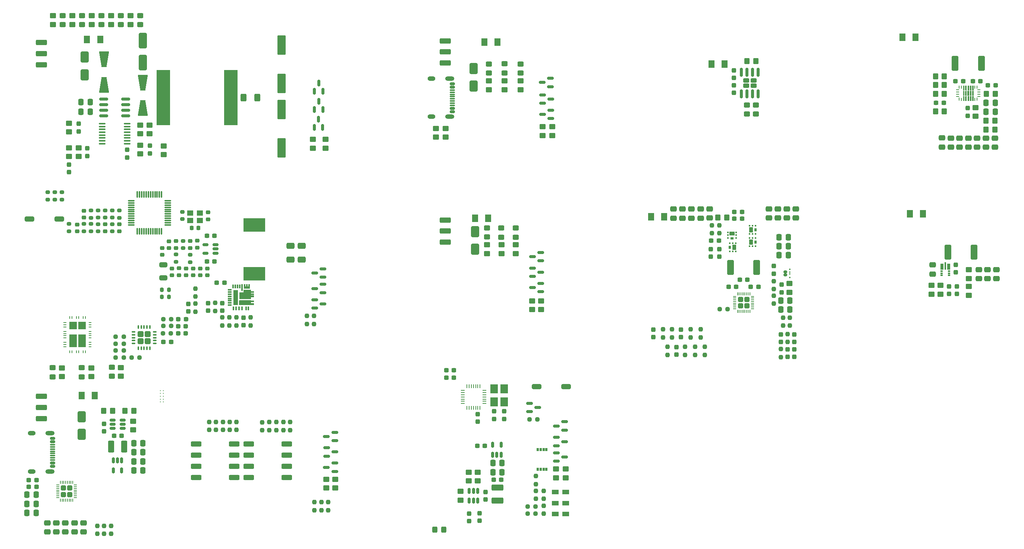
<source format=gbr>
%TF.GenerationSoftware,KiCad,Pcbnew,9.0.2*%
%TF.CreationDate,2025-05-17T12:02:21-04:00*%
%TF.ProjectId,ModularPSU,4d6f6475-6c61-4725-9053-552e6b696361,rev?*%
%TF.SameCoordinates,Original*%
%TF.FileFunction,Paste,Top*%
%TF.FilePolarity,Positive*%
%FSLAX46Y46*%
G04 Gerber Fmt 4.6, Leading zero omitted, Abs format (unit mm)*
G04 Created by KiCad (PCBNEW 9.0.2) date 2025-05-17 12:02:21*
%MOMM*%
%LPD*%
G01*
G04 APERTURE LIST*
G04 Aperture macros list*
%AMRoundRect*
0 Rectangle with rounded corners*
0 $1 Rounding radius*
0 $2 $3 $4 $5 $6 $7 $8 $9 X,Y pos of 4 corners*
0 Add a 4 corners polygon primitive as box body*
4,1,4,$2,$3,$4,$5,$6,$7,$8,$9,$2,$3,0*
0 Add four circle primitives for the rounded corners*
1,1,$1+$1,$2,$3*
1,1,$1+$1,$4,$5*
1,1,$1+$1,$6,$7*
1,1,$1+$1,$8,$9*
0 Add four rect primitives between the rounded corners*
20,1,$1+$1,$2,$3,$4,$5,0*
20,1,$1+$1,$4,$5,$6,$7,0*
20,1,$1+$1,$6,$7,$8,$9,0*
20,1,$1+$1,$8,$9,$2,$3,0*%
%AMOutline4P*
0 Free polygon, 4 corners , with rotation*
0 The origin of the aperture is its center*
0 number of corners: always 4*
0 $1 to $8 corner X, Y*
0 $9 Rotation angle, in degrees counterclockwise*
0 create outline with 4 corners*
4,1,4,$1,$2,$3,$4,$5,$6,$7,$8,$1,$2,$9*%
G04 Aperture macros list end*
%ADD10C,0.000000*%
%ADD11C,0.010000*%
%ADD12RoundRect,0.250001X-0.462499X-0.624999X0.462499X-0.624999X0.462499X0.624999X-0.462499X0.624999X0*%
%ADD13RoundRect,0.225000X-0.250000X0.225000X-0.250000X-0.225000X0.250000X-0.225000X0.250000X0.225000X0*%
%ADD14RoundRect,0.250000X-0.337500X-0.475000X0.337500X-0.475000X0.337500X0.475000X-0.337500X0.475000X0*%
%ADD15RoundRect,0.250000X-0.475000X0.337500X-0.475000X-0.337500X0.475000X-0.337500X0.475000X0.337500X0*%
%ADD16RoundRect,0.250000X-1.000000X0.375000X-1.000000X-0.375000X1.000000X-0.375000X1.000000X0.375000X0*%
%ADD17RoundRect,0.237500X0.237500X-0.250000X0.237500X0.250000X-0.237500X0.250000X-0.237500X-0.250000X0*%
%ADD18R,1.400000X1.200000*%
%ADD19RoundRect,0.237500X0.300000X0.237500X-0.300000X0.237500X-0.300000X-0.237500X0.300000X-0.237500X0*%
%ADD20RoundRect,0.250000X0.337500X0.475000X-0.337500X0.475000X-0.337500X-0.475000X0.337500X-0.475000X0*%
%ADD21RoundRect,0.200000X0.275000X-0.200000X0.275000X0.200000X-0.275000X0.200000X-0.275000X-0.200000X0*%
%ADD22RoundRect,0.250000X-0.830000X-0.310000X0.830000X-0.310000X0.830000X0.310000X-0.830000X0.310000X0*%
%ADD23RoundRect,0.237500X-0.237500X0.250000X-0.237500X-0.250000X0.237500X-0.250000X0.237500X0.250000X0*%
%ADD24RoundRect,0.150000X-0.825000X-0.150000X0.825000X-0.150000X0.825000X0.150000X-0.825000X0.150000X0*%
%ADD25RoundRect,0.150000X0.250000X-0.150000X0.250000X0.150000X-0.250000X0.150000X-0.250000X-0.150000X0*%
%ADD26RoundRect,0.075000X0.075000X-0.100000X0.075000X0.100000X-0.075000X0.100000X-0.075000X-0.100000X0*%
%ADD27RoundRect,0.058750X0.058750X-0.376250X0.058750X0.376250X-0.058750X0.376250X-0.058750X-0.376250X0*%
%ADD28R,0.400000X0.425000*%
%ADD29R,0.950000X1.150000*%
%ADD30R,0.480000X0.800000*%
%ADD31RoundRect,0.237500X-0.237500X0.300000X-0.237500X-0.300000X0.237500X-0.300000X0.237500X0.300000X0*%
%ADD32RoundRect,0.250000X0.475000X-0.337500X0.475000X0.337500X-0.475000X0.337500X-0.475000X-0.337500X0*%
%ADD33RoundRect,0.250000X0.700000X-1.950000X0.700000X1.950000X-0.700000X1.950000X-0.700000X-1.950000X0*%
%ADD34RoundRect,0.150000X-0.150000X0.512500X-0.150000X-0.512500X0.150000X-0.512500X0.150000X0.512500X0*%
%ADD35RoundRect,0.250000X0.450000X-0.350000X0.450000X0.350000X-0.450000X0.350000X-0.450000X-0.350000X0*%
%ADD36RoundRect,0.237500X0.237500X-0.300000X0.237500X0.300000X-0.237500X0.300000X-0.237500X-0.300000X0*%
%ADD37RoundRect,0.100000X0.637500X0.100000X-0.637500X0.100000X-0.637500X-0.100000X0.637500X-0.100000X0*%
%ADD38RoundRect,0.225000X0.250000X-0.225000X0.250000X0.225000X-0.250000X0.225000X-0.250000X-0.225000X0*%
%ADD39RoundRect,0.200000X-0.275000X0.200000X-0.275000X-0.200000X0.275000X-0.200000X0.275000X0.200000X0*%
%ADD40RoundRect,0.218750X0.256250X-0.218750X0.256250X0.218750X-0.256250X0.218750X-0.256250X-0.218750X0*%
%ADD41RoundRect,0.237500X-0.300000X-0.237500X0.300000X-0.237500X0.300000X0.237500X-0.300000X0.237500X0*%
%ADD42RoundRect,0.150000X-0.425000X0.150000X-0.425000X-0.150000X0.425000X-0.150000X0.425000X0.150000X0*%
%ADD43RoundRect,0.075000X-0.500000X0.075000X-0.500000X-0.075000X0.500000X-0.075000X0.500000X0.075000X0*%
%ADD44O,2.100000X1.000000*%
%ADD45O,1.800000X1.000000*%
%ADD46RoundRect,0.237500X-0.287500X-0.237500X0.287500X-0.237500X0.287500X0.237500X-0.287500X0.237500X0*%
%ADD47RoundRect,0.237500X-0.250000X-0.237500X0.250000X-0.237500X0.250000X0.237500X-0.250000X0.237500X0*%
%ADD48RoundRect,0.250000X0.450000X-0.325000X0.450000X0.325000X-0.450000X0.325000X-0.450000X-0.325000X0*%
%ADD49RoundRect,0.250000X-0.450000X0.350000X-0.450000X-0.350000X0.450000X-0.350000X0.450000X0.350000X0*%
%ADD50R,0.800000X1.450000*%
%ADD51R,0.600000X0.300000*%
%ADD52R,0.300000X1.725000*%
%ADD53RoundRect,0.150000X-0.587500X-0.150000X0.587500X-0.150000X0.587500X0.150000X-0.587500X0.150000X0*%
%ADD54RoundRect,0.250000X-0.450000X0.325000X-0.450000X-0.325000X0.450000X-0.325000X0.450000X0.325000X0*%
%ADD55RoundRect,0.250000X-0.700000X1.950000X-0.700000X-1.950000X0.700000X-1.950000X0.700000X1.950000X0*%
%ADD56RoundRect,0.250000X-0.650000X1.000000X-0.650000X-1.000000X0.650000X-1.000000X0.650000X1.000000X0*%
%ADD57RoundRect,0.250000X-0.350000X-0.450000X0.350000X-0.450000X0.350000X0.450000X-0.350000X0.450000X0*%
%ADD58R,1.600000X1.000000*%
%ADD59RoundRect,0.150000X0.150000X-0.587500X0.150000X0.587500X-0.150000X0.587500X-0.150000X-0.587500X0*%
%ADD60RoundRect,0.250000X0.350000X0.450000X-0.350000X0.450000X-0.350000X-0.450000X0.350000X-0.450000X0*%
%ADD61R,0.350000X0.950000*%
%ADD62R,0.650000X0.350000*%
%ADD63R,0.650001X0.350000*%
%ADD64R,0.650000X0.350001*%
%ADD65R,0.350000X0.999996*%
%ADD66R,0.350000X0.999990*%
%ADD67R,1.349994X0.499996*%
%ADD68R,0.350000X0.999998*%
%ADD69R,0.350012X1.567002*%
%ADD70R,0.950000X0.350000*%
%ADD71R,1.100000X3.400001*%
%ADD72R,2.700000X1.099998*%
%ADD73R,0.970000X1.520000*%
%ADD74R,1.744998X2.100000*%
%ADD75RoundRect,0.150000X0.587500X0.150000X-0.587500X0.150000X-0.587500X-0.150000X0.587500X-0.150000X0*%
%ADD76RoundRect,0.250000X-0.335000X-0.335000X0.335000X-0.335000X0.335000X0.335000X-0.335000X0.335000X0*%
%ADD77RoundRect,0.050000X-0.300000X-0.050000X0.300000X-0.050000X0.300000X0.050000X-0.300000X0.050000X0*%
%ADD78RoundRect,0.050000X-0.050000X-0.300000X0.050000X-0.300000X0.050000X0.300000X-0.050000X0.300000X0*%
%ADD79R,0.425000X0.400000*%
%ADD80R,1.150000X0.950000*%
%ADD81R,0.800000X0.480000*%
%ADD82RoundRect,0.250001X1.074999X-0.462499X1.074999X0.462499X-1.074999X0.462499X-1.074999X-0.462499X0*%
%ADD83RoundRect,0.237500X0.250000X0.237500X-0.250000X0.237500X-0.250000X-0.237500X0.250000X-0.237500X0*%
%ADD84RoundRect,0.056250X-0.243750X-0.068750X0.243750X-0.068750X0.243750X0.068750X-0.243750X0.068750X0*%
%ADD85RoundRect,0.056250X-0.068750X-0.268750X0.068750X-0.268750X0.068750X0.268750X-0.068750X0.268750X0*%
%ADD86RoundRect,0.056250X-0.068750X-0.243750X0.068750X-0.243750X0.068750X0.243750X-0.068750X0.243750X0*%
%ADD87RoundRect,0.062500X0.337500X0.062500X-0.337500X0.062500X-0.337500X-0.062500X0.337500X-0.062500X0*%
%ADD88RoundRect,0.062500X0.062500X0.337500X-0.062500X0.337500X-0.062500X-0.337500X0.062500X-0.337500X0*%
%ADD89Outline4P,-1.800000X-1.150000X1.800000X-0.550000X1.800000X0.550000X-1.800000X1.150000X270.000000*%
%ADD90Outline4P,-1.800000X-1.150000X1.800000X-0.550000X1.800000X0.550000X-1.800000X1.150000X90.000000*%
%ADD91RoundRect,0.250000X0.650000X-1.500000X0.650000X1.500000X-0.650000X1.500000X-0.650000X-1.500000X0*%
%ADD92RoundRect,0.249999X-0.512501X-1.425001X0.512501X-1.425001X0.512501X1.425001X-0.512501X1.425001X0*%
%ADD93RoundRect,0.250000X0.650000X-0.412500X0.650000X0.412500X-0.650000X0.412500X-0.650000X-0.412500X0*%
%ADD94RoundRect,0.250001X-0.462499X-1.074999X0.462499X-1.074999X0.462499X1.074999X-0.462499X1.074999X0*%
%ADD95RoundRect,0.150000X0.150000X-0.512500X0.150000X0.512500X-0.150000X0.512500X-0.150000X-0.512500X0*%
%ADD96RoundRect,0.250000X-0.970000X-0.310000X0.970000X-0.310000X0.970000X0.310000X-0.970000X0.310000X0*%
%ADD97RoundRect,0.150000X0.512500X0.150000X-0.512500X0.150000X-0.512500X-0.150000X0.512500X-0.150000X0*%
%ADD98RoundRect,0.225000X0.225000X0.250000X-0.225000X0.250000X-0.225000X-0.250000X0.225000X-0.250000X0*%
%ADD99RoundRect,0.075000X-0.662500X-0.075000X0.662500X-0.075000X0.662500X0.075000X-0.662500X0.075000X0*%
%ADD100RoundRect,0.075000X-0.075000X-0.662500X0.075000X-0.662500X0.075000X0.662500X-0.075000X0.662500X0*%
%ADD101R,5.000000X3.100000*%
%ADD102RoundRect,0.250000X-0.325000X-0.450000X0.325000X-0.450000X0.325000X0.450000X-0.325000X0.450000X0*%
%ADD103RoundRect,0.200000X-0.200000X-0.275000X0.200000X-0.275000X0.200000X0.275000X-0.200000X0.275000X0*%
%ADD104RoundRect,0.250000X0.830000X0.310000X-0.830000X0.310000X-0.830000X-0.310000X0.830000X-0.310000X0*%
%ADD105R,3.150000X12.500000*%
%ADD106RoundRect,0.250000X-0.440000X0.255000X-0.440000X-0.255000X0.440000X-0.255000X0.440000X0.255000X0*%
%ADD107RoundRect,0.150000X-0.150000X0.825000X-0.150000X-0.825000X0.150000X-0.825000X0.150000X0.825000X0*%
%ADD108RoundRect,0.250000X-0.650000X0.325000X-0.650000X-0.325000X0.650000X-0.325000X0.650000X0.325000X0*%
%ADD109R,1.680000X1.680000*%
%ADD110R,1.680000X2.950000*%
%ADD111R,0.560000X0.280000*%
%ADD112C,0.280000*%
%ADD113R,0.280000X0.560000*%
%ADD114C,0.304800*%
%ADD115RoundRect,0.250000X0.335000X-0.335000X0.335000X0.335000X-0.335000X0.335000X-0.335000X-0.335000X0*%
%ADD116RoundRect,0.050000X0.050000X-0.300000X0.050000X0.300000X-0.050000X0.300000X-0.050000X-0.300000X0*%
%ADD117RoundRect,0.050000X0.300000X-0.050000X0.300000X0.050000X-0.300000X0.050000X-0.300000X-0.050000X0*%
%ADD118R,1.800000X2.100000*%
%ADD119RoundRect,0.250000X-0.425000X-0.425000X0.425000X-0.425000X0.425000X0.425000X-0.425000X0.425000X0*%
%ADD120RoundRect,0.075000X-0.325000X-0.075000X0.325000X-0.075000X0.325000X0.075000X-0.325000X0.075000X0*%
%ADD121RoundRect,0.075000X-0.075000X-0.325000X0.075000X-0.325000X0.075000X0.325000X-0.075000X0.325000X0*%
%ADD122RoundRect,0.250000X-0.400000X-0.625000X0.400000X-0.625000X0.400000X0.625000X-0.400000X0.625000X0*%
G04 APERTURE END LIST*
D10*
%TO.C,U6*%
G36*
X84382502Y-85335001D02*
G01*
X84532501Y-85335001D01*
X84532501Y-84685001D01*
X84882501Y-84685001D01*
X84882501Y-85335001D01*
X85032500Y-85335001D01*
X85032500Y-84685001D01*
X85382500Y-84685001D01*
X85382500Y-85635001D01*
X84032502Y-85635001D01*
X84032502Y-84685001D01*
X84382502Y-84685001D01*
X84382502Y-85335001D01*
G37*
G36*
X85657500Y-88380001D02*
G01*
X86307500Y-88380001D01*
X86307500Y-88730001D01*
X85657500Y-88730001D01*
X85657500Y-89029999D01*
X86307500Y-89029999D01*
X86307500Y-89379999D01*
X85657500Y-89379999D01*
X85657501Y-89430000D01*
X82957501Y-89430000D01*
X82957501Y-88330000D01*
X85657501Y-88330000D01*
X85657500Y-88380001D01*
G37*
G36*
X85657500Y-86250000D02*
G01*
X86307500Y-86250000D01*
X86307500Y-86600000D01*
X85657500Y-86600000D01*
X85657500Y-86749999D01*
X86307500Y-86749999D01*
X86307500Y-87099999D01*
X85657500Y-87099999D01*
X85657500Y-87250000D01*
X86307500Y-87250000D01*
X86307500Y-87600001D01*
X85657500Y-87600001D01*
X85657501Y-88035000D01*
X82957502Y-88035000D01*
X82957502Y-86515000D01*
X83927502Y-86515000D01*
X83927501Y-85935000D01*
X85657501Y-85935000D01*
X85657500Y-86250000D01*
G37*
D11*
%TO.C,U10*%
X247503000Y-39551000D02*
X247505000Y-39551000D01*
X247508000Y-39552000D01*
X247510000Y-39552000D01*
X247513000Y-39553000D01*
X247515000Y-39554000D01*
X247518000Y-39555000D01*
X247520000Y-39557000D01*
X247522000Y-39558000D01*
X247524000Y-39560000D01*
X247526000Y-39561000D01*
X247528000Y-39563000D01*
X247530000Y-39565000D01*
X247532000Y-39567000D01*
X247534000Y-39569000D01*
X247535000Y-39571000D01*
X247537000Y-39573000D01*
X247538000Y-39575000D01*
X247540000Y-39577000D01*
X247541000Y-39580000D01*
X247542000Y-39582000D01*
X247543000Y-39585000D01*
X247543000Y-39587000D01*
X247544000Y-39590000D01*
X247544000Y-39592000D01*
X247545000Y-39595000D01*
X247545000Y-39597000D01*
X247545000Y-39600000D01*
X247545000Y-40500000D01*
X247545000Y-40503000D01*
X247545000Y-40505000D01*
X247544000Y-40508000D01*
X247544000Y-40510000D01*
X247543000Y-40513000D01*
X247543000Y-40515000D01*
X247542000Y-40518000D01*
X247541000Y-40520000D01*
X247540000Y-40523000D01*
X247538000Y-40525000D01*
X247537000Y-40527000D01*
X247535000Y-40529000D01*
X247534000Y-40531000D01*
X247532000Y-40533000D01*
X247530000Y-40535000D01*
X247528000Y-40537000D01*
X247526000Y-40539000D01*
X247524000Y-40540000D01*
X247522000Y-40542000D01*
X247520000Y-40543000D01*
X247518000Y-40545000D01*
X247515000Y-40546000D01*
X247513000Y-40547000D01*
X247510000Y-40548000D01*
X247508000Y-40548000D01*
X247505000Y-40549000D01*
X247503000Y-40549000D01*
X247500000Y-40550000D01*
X247498000Y-40550000D01*
X247495000Y-40550000D01*
X247345000Y-40550000D01*
X247342000Y-40550000D01*
X247340000Y-40550000D01*
X247337000Y-40549000D01*
X247335000Y-40549000D01*
X247332000Y-40548000D01*
X247330000Y-40548000D01*
X247327000Y-40547000D01*
X247325000Y-40546000D01*
X247322000Y-40545000D01*
X247320000Y-40543000D01*
X247318000Y-40542000D01*
X247316000Y-40540000D01*
X247314000Y-40539000D01*
X247312000Y-40537000D01*
X247310000Y-40535000D01*
X247308000Y-40533000D01*
X247306000Y-40531000D01*
X247305000Y-40529000D01*
X247303000Y-40527000D01*
X247302000Y-40525000D01*
X247300000Y-40523000D01*
X247299000Y-40520000D01*
X247298000Y-40518000D01*
X247297000Y-40515000D01*
X247297000Y-40513000D01*
X247296000Y-40510000D01*
X247296000Y-40508000D01*
X247295000Y-40505000D01*
X247295000Y-40503000D01*
X247295000Y-40500000D01*
X247295000Y-39600000D01*
X247295000Y-39597000D01*
X247295000Y-39595000D01*
X247296000Y-39592000D01*
X247296000Y-39590000D01*
X247297000Y-39587000D01*
X247297000Y-39585000D01*
X247298000Y-39582000D01*
X247299000Y-39580000D01*
X247300000Y-39577000D01*
X247302000Y-39575000D01*
X247303000Y-39573000D01*
X247305000Y-39571000D01*
X247306000Y-39569000D01*
X247308000Y-39567000D01*
X247310000Y-39565000D01*
X247312000Y-39563000D01*
X247314000Y-39561000D01*
X247316000Y-39560000D01*
X247318000Y-39558000D01*
X247320000Y-39557000D01*
X247322000Y-39555000D01*
X247325000Y-39554000D01*
X247327000Y-39553000D01*
X247330000Y-39552000D01*
X247332000Y-39552000D01*
X247335000Y-39551000D01*
X247337000Y-39551000D01*
X247340000Y-39550000D01*
X247342000Y-39550000D01*
X247345000Y-39550000D01*
X247495000Y-39550000D01*
X247498000Y-39550000D01*
X247500000Y-39550000D01*
X247503000Y-39551000D01*
G36*
X247503000Y-39551000D02*
G01*
X247505000Y-39551000D01*
X247508000Y-39552000D01*
X247510000Y-39552000D01*
X247513000Y-39553000D01*
X247515000Y-39554000D01*
X247518000Y-39555000D01*
X247520000Y-39557000D01*
X247522000Y-39558000D01*
X247524000Y-39560000D01*
X247526000Y-39561000D01*
X247528000Y-39563000D01*
X247530000Y-39565000D01*
X247532000Y-39567000D01*
X247534000Y-39569000D01*
X247535000Y-39571000D01*
X247537000Y-39573000D01*
X247538000Y-39575000D01*
X247540000Y-39577000D01*
X247541000Y-39580000D01*
X247542000Y-39582000D01*
X247543000Y-39585000D01*
X247543000Y-39587000D01*
X247544000Y-39590000D01*
X247544000Y-39592000D01*
X247545000Y-39595000D01*
X247545000Y-39597000D01*
X247545000Y-39600000D01*
X247545000Y-40500000D01*
X247545000Y-40503000D01*
X247545000Y-40505000D01*
X247544000Y-40508000D01*
X247544000Y-40510000D01*
X247543000Y-40513000D01*
X247543000Y-40515000D01*
X247542000Y-40518000D01*
X247541000Y-40520000D01*
X247540000Y-40523000D01*
X247538000Y-40525000D01*
X247537000Y-40527000D01*
X247535000Y-40529000D01*
X247534000Y-40531000D01*
X247532000Y-40533000D01*
X247530000Y-40535000D01*
X247528000Y-40537000D01*
X247526000Y-40539000D01*
X247524000Y-40540000D01*
X247522000Y-40542000D01*
X247520000Y-40543000D01*
X247518000Y-40545000D01*
X247515000Y-40546000D01*
X247513000Y-40547000D01*
X247510000Y-40548000D01*
X247508000Y-40548000D01*
X247505000Y-40549000D01*
X247503000Y-40549000D01*
X247500000Y-40550000D01*
X247498000Y-40550000D01*
X247495000Y-40550000D01*
X247345000Y-40550000D01*
X247342000Y-40550000D01*
X247340000Y-40550000D01*
X247337000Y-40549000D01*
X247335000Y-40549000D01*
X247332000Y-40548000D01*
X247330000Y-40548000D01*
X247327000Y-40547000D01*
X247325000Y-40546000D01*
X247322000Y-40545000D01*
X247320000Y-40543000D01*
X247318000Y-40542000D01*
X247316000Y-40540000D01*
X247314000Y-40539000D01*
X247312000Y-40537000D01*
X247310000Y-40535000D01*
X247308000Y-40533000D01*
X247306000Y-40531000D01*
X247305000Y-40529000D01*
X247303000Y-40527000D01*
X247302000Y-40525000D01*
X247300000Y-40523000D01*
X247299000Y-40520000D01*
X247298000Y-40518000D01*
X247297000Y-40515000D01*
X247297000Y-40513000D01*
X247296000Y-40510000D01*
X247296000Y-40508000D01*
X247295000Y-40505000D01*
X247295000Y-40503000D01*
X247295000Y-40500000D01*
X247295000Y-39600000D01*
X247295000Y-39597000D01*
X247295000Y-39595000D01*
X247296000Y-39592000D01*
X247296000Y-39590000D01*
X247297000Y-39587000D01*
X247297000Y-39585000D01*
X247298000Y-39582000D01*
X247299000Y-39580000D01*
X247300000Y-39577000D01*
X247302000Y-39575000D01*
X247303000Y-39573000D01*
X247305000Y-39571000D01*
X247306000Y-39569000D01*
X247308000Y-39567000D01*
X247310000Y-39565000D01*
X247312000Y-39563000D01*
X247314000Y-39561000D01*
X247316000Y-39560000D01*
X247318000Y-39558000D01*
X247320000Y-39557000D01*
X247322000Y-39555000D01*
X247325000Y-39554000D01*
X247327000Y-39553000D01*
X247330000Y-39552000D01*
X247332000Y-39552000D01*
X247335000Y-39551000D01*
X247337000Y-39551000D01*
X247340000Y-39550000D01*
X247342000Y-39550000D01*
X247345000Y-39550000D01*
X247495000Y-39550000D01*
X247498000Y-39550000D01*
X247500000Y-39550000D01*
X247503000Y-39551000D01*
G37*
X247503000Y-40751000D02*
X247505000Y-40751000D01*
X247508000Y-40752000D01*
X247510000Y-40752000D01*
X247513000Y-40753000D01*
X247515000Y-40754000D01*
X247518000Y-40755000D01*
X247520000Y-40757000D01*
X247522000Y-40758000D01*
X247524000Y-40760000D01*
X247526000Y-40761000D01*
X247528000Y-40763000D01*
X247530000Y-40765000D01*
X247532000Y-40767000D01*
X247534000Y-40769000D01*
X247535000Y-40771000D01*
X247537000Y-40773000D01*
X247538000Y-40775000D01*
X247540000Y-40777000D01*
X247541000Y-40780000D01*
X247542000Y-40782000D01*
X247543000Y-40785000D01*
X247543000Y-40787000D01*
X247544000Y-40790000D01*
X247544000Y-40792000D01*
X247545000Y-40795000D01*
X247545000Y-40797000D01*
X247545000Y-40800000D01*
X247545000Y-41700000D01*
X247545000Y-41703000D01*
X247545000Y-41705000D01*
X247544000Y-41708000D01*
X247544000Y-41710000D01*
X247543000Y-41713000D01*
X247543000Y-41715000D01*
X247542000Y-41718000D01*
X247541000Y-41720000D01*
X247540000Y-41723000D01*
X247538000Y-41725000D01*
X247537000Y-41727000D01*
X247535000Y-41729000D01*
X247534000Y-41731000D01*
X247532000Y-41733000D01*
X247530000Y-41735000D01*
X247528000Y-41737000D01*
X247526000Y-41739000D01*
X247524000Y-41740000D01*
X247522000Y-41742000D01*
X247520000Y-41743000D01*
X247518000Y-41745000D01*
X247515000Y-41746000D01*
X247513000Y-41747000D01*
X247510000Y-41748000D01*
X247508000Y-41748000D01*
X247505000Y-41749000D01*
X247503000Y-41749000D01*
X247500000Y-41750000D01*
X247498000Y-41750000D01*
X247495000Y-41750000D01*
X247345000Y-41750000D01*
X247342000Y-41750000D01*
X247340000Y-41750000D01*
X247337000Y-41749000D01*
X247335000Y-41749000D01*
X247332000Y-41748000D01*
X247330000Y-41748000D01*
X247327000Y-41747000D01*
X247325000Y-41746000D01*
X247322000Y-41745000D01*
X247320000Y-41743000D01*
X247318000Y-41742000D01*
X247316000Y-41740000D01*
X247314000Y-41739000D01*
X247312000Y-41737000D01*
X247310000Y-41735000D01*
X247308000Y-41733000D01*
X247306000Y-41731000D01*
X247305000Y-41729000D01*
X247303000Y-41727000D01*
X247302000Y-41725000D01*
X247300000Y-41723000D01*
X247299000Y-41720000D01*
X247298000Y-41718000D01*
X247297000Y-41715000D01*
X247297000Y-41713000D01*
X247296000Y-41710000D01*
X247296000Y-41708000D01*
X247295000Y-41705000D01*
X247295000Y-41703000D01*
X247295000Y-41700000D01*
X247295000Y-40800000D01*
X247295000Y-40797000D01*
X247295000Y-40795000D01*
X247296000Y-40792000D01*
X247296000Y-40790000D01*
X247297000Y-40787000D01*
X247297000Y-40785000D01*
X247298000Y-40782000D01*
X247299000Y-40780000D01*
X247300000Y-40777000D01*
X247302000Y-40775000D01*
X247303000Y-40773000D01*
X247305000Y-40771000D01*
X247306000Y-40769000D01*
X247308000Y-40767000D01*
X247310000Y-40765000D01*
X247312000Y-40763000D01*
X247314000Y-40761000D01*
X247316000Y-40760000D01*
X247318000Y-40758000D01*
X247320000Y-40757000D01*
X247322000Y-40755000D01*
X247325000Y-40754000D01*
X247327000Y-40753000D01*
X247330000Y-40752000D01*
X247332000Y-40752000D01*
X247335000Y-40751000D01*
X247337000Y-40751000D01*
X247340000Y-40750000D01*
X247342000Y-40750000D01*
X247345000Y-40750000D01*
X247495000Y-40750000D01*
X247498000Y-40750000D01*
X247500000Y-40750000D01*
X247503000Y-40751000D01*
G36*
X247503000Y-40751000D02*
G01*
X247505000Y-40751000D01*
X247508000Y-40752000D01*
X247510000Y-40752000D01*
X247513000Y-40753000D01*
X247515000Y-40754000D01*
X247518000Y-40755000D01*
X247520000Y-40757000D01*
X247522000Y-40758000D01*
X247524000Y-40760000D01*
X247526000Y-40761000D01*
X247528000Y-40763000D01*
X247530000Y-40765000D01*
X247532000Y-40767000D01*
X247534000Y-40769000D01*
X247535000Y-40771000D01*
X247537000Y-40773000D01*
X247538000Y-40775000D01*
X247540000Y-40777000D01*
X247541000Y-40780000D01*
X247542000Y-40782000D01*
X247543000Y-40785000D01*
X247543000Y-40787000D01*
X247544000Y-40790000D01*
X247544000Y-40792000D01*
X247545000Y-40795000D01*
X247545000Y-40797000D01*
X247545000Y-40800000D01*
X247545000Y-41700000D01*
X247545000Y-41703000D01*
X247545000Y-41705000D01*
X247544000Y-41708000D01*
X247544000Y-41710000D01*
X247543000Y-41713000D01*
X247543000Y-41715000D01*
X247542000Y-41718000D01*
X247541000Y-41720000D01*
X247540000Y-41723000D01*
X247538000Y-41725000D01*
X247537000Y-41727000D01*
X247535000Y-41729000D01*
X247534000Y-41731000D01*
X247532000Y-41733000D01*
X247530000Y-41735000D01*
X247528000Y-41737000D01*
X247526000Y-41739000D01*
X247524000Y-41740000D01*
X247522000Y-41742000D01*
X247520000Y-41743000D01*
X247518000Y-41745000D01*
X247515000Y-41746000D01*
X247513000Y-41747000D01*
X247510000Y-41748000D01*
X247508000Y-41748000D01*
X247505000Y-41749000D01*
X247503000Y-41749000D01*
X247500000Y-41750000D01*
X247498000Y-41750000D01*
X247495000Y-41750000D01*
X247345000Y-41750000D01*
X247342000Y-41750000D01*
X247340000Y-41750000D01*
X247337000Y-41749000D01*
X247335000Y-41749000D01*
X247332000Y-41748000D01*
X247330000Y-41748000D01*
X247327000Y-41747000D01*
X247325000Y-41746000D01*
X247322000Y-41745000D01*
X247320000Y-41743000D01*
X247318000Y-41742000D01*
X247316000Y-41740000D01*
X247314000Y-41739000D01*
X247312000Y-41737000D01*
X247310000Y-41735000D01*
X247308000Y-41733000D01*
X247306000Y-41731000D01*
X247305000Y-41729000D01*
X247303000Y-41727000D01*
X247302000Y-41725000D01*
X247300000Y-41723000D01*
X247299000Y-41720000D01*
X247298000Y-41718000D01*
X247297000Y-41715000D01*
X247297000Y-41713000D01*
X247296000Y-41710000D01*
X247296000Y-41708000D01*
X247295000Y-41705000D01*
X247295000Y-41703000D01*
X247295000Y-41700000D01*
X247295000Y-40800000D01*
X247295000Y-40797000D01*
X247295000Y-40795000D01*
X247296000Y-40792000D01*
X247296000Y-40790000D01*
X247297000Y-40787000D01*
X247297000Y-40785000D01*
X247298000Y-40782000D01*
X247299000Y-40780000D01*
X247300000Y-40777000D01*
X247302000Y-40775000D01*
X247303000Y-40773000D01*
X247305000Y-40771000D01*
X247306000Y-40769000D01*
X247308000Y-40767000D01*
X247310000Y-40765000D01*
X247312000Y-40763000D01*
X247314000Y-40761000D01*
X247316000Y-40760000D01*
X247318000Y-40758000D01*
X247320000Y-40757000D01*
X247322000Y-40755000D01*
X247325000Y-40754000D01*
X247327000Y-40753000D01*
X247330000Y-40752000D01*
X247332000Y-40752000D01*
X247335000Y-40751000D01*
X247337000Y-40751000D01*
X247340000Y-40750000D01*
X247342000Y-40750000D01*
X247345000Y-40750000D01*
X247495000Y-40750000D01*
X247498000Y-40750000D01*
X247500000Y-40750000D01*
X247503000Y-40751000D01*
G37*
X247503000Y-41951000D02*
X247505000Y-41951000D01*
X247508000Y-41952000D01*
X247510000Y-41952000D01*
X247513000Y-41953000D01*
X247515000Y-41954000D01*
X247518000Y-41955000D01*
X247520000Y-41957000D01*
X247522000Y-41958000D01*
X247524000Y-41960000D01*
X247526000Y-41961000D01*
X247528000Y-41963000D01*
X247530000Y-41965000D01*
X247532000Y-41967000D01*
X247534000Y-41969000D01*
X247535000Y-41971000D01*
X247537000Y-41973000D01*
X247538000Y-41975000D01*
X247540000Y-41977000D01*
X247541000Y-41980000D01*
X247542000Y-41982000D01*
X247543000Y-41985000D01*
X247543000Y-41987000D01*
X247544000Y-41990000D01*
X247544000Y-41992000D01*
X247545000Y-41995000D01*
X247545000Y-41997000D01*
X247545000Y-42000000D01*
X247545000Y-42900000D01*
X247545000Y-42903000D01*
X247545000Y-42905000D01*
X247544000Y-42908000D01*
X247544000Y-42910000D01*
X247543000Y-42913000D01*
X247543000Y-42915000D01*
X247542000Y-42918000D01*
X247541000Y-42920000D01*
X247540000Y-42923000D01*
X247538000Y-42925000D01*
X247537000Y-42927000D01*
X247535000Y-42929000D01*
X247534000Y-42931000D01*
X247532000Y-42933000D01*
X247530000Y-42935000D01*
X247528000Y-42937000D01*
X247526000Y-42939000D01*
X247524000Y-42940000D01*
X247522000Y-42942000D01*
X247520000Y-42943000D01*
X247518000Y-42945000D01*
X247515000Y-42946000D01*
X247513000Y-42947000D01*
X247510000Y-42948000D01*
X247508000Y-42948000D01*
X247505000Y-42949000D01*
X247503000Y-42949000D01*
X247500000Y-42950000D01*
X247498000Y-42950000D01*
X247495000Y-42950000D01*
X247345000Y-42950000D01*
X247342000Y-42950000D01*
X247340000Y-42950000D01*
X247337000Y-42949000D01*
X247335000Y-42949000D01*
X247332000Y-42948000D01*
X247330000Y-42948000D01*
X247327000Y-42947000D01*
X247325000Y-42946000D01*
X247322000Y-42945000D01*
X247320000Y-42943000D01*
X247318000Y-42942000D01*
X247316000Y-42940000D01*
X247314000Y-42939000D01*
X247312000Y-42937000D01*
X247310000Y-42935000D01*
X247308000Y-42933000D01*
X247306000Y-42931000D01*
X247305000Y-42929000D01*
X247303000Y-42927000D01*
X247302000Y-42925000D01*
X247300000Y-42923000D01*
X247299000Y-42920000D01*
X247298000Y-42918000D01*
X247297000Y-42915000D01*
X247297000Y-42913000D01*
X247296000Y-42910000D01*
X247296000Y-42908000D01*
X247295000Y-42905000D01*
X247295000Y-42903000D01*
X247295000Y-42900000D01*
X247295000Y-42000000D01*
X247295000Y-41997000D01*
X247295000Y-41995000D01*
X247296000Y-41992000D01*
X247296000Y-41990000D01*
X247297000Y-41987000D01*
X247297000Y-41985000D01*
X247298000Y-41982000D01*
X247299000Y-41980000D01*
X247300000Y-41977000D01*
X247302000Y-41975000D01*
X247303000Y-41973000D01*
X247305000Y-41971000D01*
X247306000Y-41969000D01*
X247308000Y-41967000D01*
X247310000Y-41965000D01*
X247312000Y-41963000D01*
X247314000Y-41961000D01*
X247316000Y-41960000D01*
X247318000Y-41958000D01*
X247320000Y-41957000D01*
X247322000Y-41955000D01*
X247325000Y-41954000D01*
X247327000Y-41953000D01*
X247330000Y-41952000D01*
X247332000Y-41952000D01*
X247335000Y-41951000D01*
X247337000Y-41951000D01*
X247340000Y-41950000D01*
X247342000Y-41950000D01*
X247345000Y-41950000D01*
X247495000Y-41950000D01*
X247498000Y-41950000D01*
X247500000Y-41950000D01*
X247503000Y-41951000D01*
G36*
X247503000Y-41951000D02*
G01*
X247505000Y-41951000D01*
X247508000Y-41952000D01*
X247510000Y-41952000D01*
X247513000Y-41953000D01*
X247515000Y-41954000D01*
X247518000Y-41955000D01*
X247520000Y-41957000D01*
X247522000Y-41958000D01*
X247524000Y-41960000D01*
X247526000Y-41961000D01*
X247528000Y-41963000D01*
X247530000Y-41965000D01*
X247532000Y-41967000D01*
X247534000Y-41969000D01*
X247535000Y-41971000D01*
X247537000Y-41973000D01*
X247538000Y-41975000D01*
X247540000Y-41977000D01*
X247541000Y-41980000D01*
X247542000Y-41982000D01*
X247543000Y-41985000D01*
X247543000Y-41987000D01*
X247544000Y-41990000D01*
X247544000Y-41992000D01*
X247545000Y-41995000D01*
X247545000Y-41997000D01*
X247545000Y-42000000D01*
X247545000Y-42900000D01*
X247545000Y-42903000D01*
X247545000Y-42905000D01*
X247544000Y-42908000D01*
X247544000Y-42910000D01*
X247543000Y-42913000D01*
X247543000Y-42915000D01*
X247542000Y-42918000D01*
X247541000Y-42920000D01*
X247540000Y-42923000D01*
X247538000Y-42925000D01*
X247537000Y-42927000D01*
X247535000Y-42929000D01*
X247534000Y-42931000D01*
X247532000Y-42933000D01*
X247530000Y-42935000D01*
X247528000Y-42937000D01*
X247526000Y-42939000D01*
X247524000Y-42940000D01*
X247522000Y-42942000D01*
X247520000Y-42943000D01*
X247518000Y-42945000D01*
X247515000Y-42946000D01*
X247513000Y-42947000D01*
X247510000Y-42948000D01*
X247508000Y-42948000D01*
X247505000Y-42949000D01*
X247503000Y-42949000D01*
X247500000Y-42950000D01*
X247498000Y-42950000D01*
X247495000Y-42950000D01*
X247345000Y-42950000D01*
X247342000Y-42950000D01*
X247340000Y-42950000D01*
X247337000Y-42949000D01*
X247335000Y-42949000D01*
X247332000Y-42948000D01*
X247330000Y-42948000D01*
X247327000Y-42947000D01*
X247325000Y-42946000D01*
X247322000Y-42945000D01*
X247320000Y-42943000D01*
X247318000Y-42942000D01*
X247316000Y-42940000D01*
X247314000Y-42939000D01*
X247312000Y-42937000D01*
X247310000Y-42935000D01*
X247308000Y-42933000D01*
X247306000Y-42931000D01*
X247305000Y-42929000D01*
X247303000Y-42927000D01*
X247302000Y-42925000D01*
X247300000Y-42923000D01*
X247299000Y-42920000D01*
X247298000Y-42918000D01*
X247297000Y-42915000D01*
X247297000Y-42913000D01*
X247296000Y-42910000D01*
X247296000Y-42908000D01*
X247295000Y-42905000D01*
X247295000Y-42903000D01*
X247295000Y-42900000D01*
X247295000Y-42000000D01*
X247295000Y-41997000D01*
X247295000Y-41995000D01*
X247296000Y-41992000D01*
X247296000Y-41990000D01*
X247297000Y-41987000D01*
X247297000Y-41985000D01*
X247298000Y-41982000D01*
X247299000Y-41980000D01*
X247300000Y-41977000D01*
X247302000Y-41975000D01*
X247303000Y-41973000D01*
X247305000Y-41971000D01*
X247306000Y-41969000D01*
X247308000Y-41967000D01*
X247310000Y-41965000D01*
X247312000Y-41963000D01*
X247314000Y-41961000D01*
X247316000Y-41960000D01*
X247318000Y-41958000D01*
X247320000Y-41957000D01*
X247322000Y-41955000D01*
X247325000Y-41954000D01*
X247327000Y-41953000D01*
X247330000Y-41952000D01*
X247332000Y-41952000D01*
X247335000Y-41951000D01*
X247337000Y-41951000D01*
X247340000Y-41950000D01*
X247342000Y-41950000D01*
X247345000Y-41950000D01*
X247495000Y-41950000D01*
X247498000Y-41950000D01*
X247500000Y-41950000D01*
X247503000Y-41951000D01*
G37*
X248003000Y-39551000D02*
X248005000Y-39551000D01*
X248008000Y-39552000D01*
X248010000Y-39552000D01*
X248013000Y-39553000D01*
X248015000Y-39554000D01*
X248018000Y-39555000D01*
X248020000Y-39557000D01*
X248022000Y-39558000D01*
X248024000Y-39560000D01*
X248026000Y-39561000D01*
X248028000Y-39563000D01*
X248030000Y-39565000D01*
X248032000Y-39567000D01*
X248034000Y-39569000D01*
X248035000Y-39571000D01*
X248037000Y-39573000D01*
X248038000Y-39575000D01*
X248040000Y-39577000D01*
X248041000Y-39580000D01*
X248042000Y-39582000D01*
X248043000Y-39585000D01*
X248043000Y-39587000D01*
X248044000Y-39590000D01*
X248044000Y-39592000D01*
X248045000Y-39595000D01*
X248045000Y-39597000D01*
X248045000Y-39600000D01*
X248045000Y-40500000D01*
X248045000Y-40503000D01*
X248045000Y-40505000D01*
X248044000Y-40508000D01*
X248044000Y-40510000D01*
X248043000Y-40513000D01*
X248043000Y-40515000D01*
X248042000Y-40518000D01*
X248041000Y-40520000D01*
X248040000Y-40523000D01*
X248038000Y-40525000D01*
X248037000Y-40527000D01*
X248035000Y-40529000D01*
X248034000Y-40531000D01*
X248032000Y-40533000D01*
X248030000Y-40535000D01*
X248028000Y-40537000D01*
X248026000Y-40539000D01*
X248024000Y-40540000D01*
X248022000Y-40542000D01*
X248020000Y-40543000D01*
X248018000Y-40545000D01*
X248015000Y-40546000D01*
X248013000Y-40547000D01*
X248010000Y-40548000D01*
X248008000Y-40548000D01*
X248005000Y-40549000D01*
X248003000Y-40549000D01*
X248000000Y-40550000D01*
X247998000Y-40550000D01*
X247995000Y-40550000D01*
X247845000Y-40550000D01*
X247842000Y-40550000D01*
X247840000Y-40550000D01*
X247837000Y-40549000D01*
X247835000Y-40549000D01*
X247832000Y-40548000D01*
X247830000Y-40548000D01*
X247827000Y-40547000D01*
X247825000Y-40546000D01*
X247822000Y-40545000D01*
X247820000Y-40543000D01*
X247818000Y-40542000D01*
X247816000Y-40540000D01*
X247814000Y-40539000D01*
X247812000Y-40537000D01*
X247810000Y-40535000D01*
X247808000Y-40533000D01*
X247806000Y-40531000D01*
X247805000Y-40529000D01*
X247803000Y-40527000D01*
X247802000Y-40525000D01*
X247800000Y-40523000D01*
X247799000Y-40520000D01*
X247798000Y-40518000D01*
X247797000Y-40515000D01*
X247797000Y-40513000D01*
X247796000Y-40510000D01*
X247796000Y-40508000D01*
X247795000Y-40505000D01*
X247795000Y-40503000D01*
X247795000Y-40500000D01*
X247795000Y-39600000D01*
X247795000Y-39597000D01*
X247795000Y-39595000D01*
X247796000Y-39592000D01*
X247796000Y-39590000D01*
X247797000Y-39587000D01*
X247797000Y-39585000D01*
X247798000Y-39582000D01*
X247799000Y-39580000D01*
X247800000Y-39577000D01*
X247802000Y-39575000D01*
X247803000Y-39573000D01*
X247805000Y-39571000D01*
X247806000Y-39569000D01*
X247808000Y-39567000D01*
X247810000Y-39565000D01*
X247812000Y-39563000D01*
X247814000Y-39561000D01*
X247816000Y-39560000D01*
X247818000Y-39558000D01*
X247820000Y-39557000D01*
X247822000Y-39555000D01*
X247825000Y-39554000D01*
X247827000Y-39553000D01*
X247830000Y-39552000D01*
X247832000Y-39552000D01*
X247835000Y-39551000D01*
X247837000Y-39551000D01*
X247840000Y-39550000D01*
X247842000Y-39550000D01*
X247845000Y-39550000D01*
X247995000Y-39550000D01*
X247998000Y-39550000D01*
X248000000Y-39550000D01*
X248003000Y-39551000D01*
G36*
X248003000Y-39551000D02*
G01*
X248005000Y-39551000D01*
X248008000Y-39552000D01*
X248010000Y-39552000D01*
X248013000Y-39553000D01*
X248015000Y-39554000D01*
X248018000Y-39555000D01*
X248020000Y-39557000D01*
X248022000Y-39558000D01*
X248024000Y-39560000D01*
X248026000Y-39561000D01*
X248028000Y-39563000D01*
X248030000Y-39565000D01*
X248032000Y-39567000D01*
X248034000Y-39569000D01*
X248035000Y-39571000D01*
X248037000Y-39573000D01*
X248038000Y-39575000D01*
X248040000Y-39577000D01*
X248041000Y-39580000D01*
X248042000Y-39582000D01*
X248043000Y-39585000D01*
X248043000Y-39587000D01*
X248044000Y-39590000D01*
X248044000Y-39592000D01*
X248045000Y-39595000D01*
X248045000Y-39597000D01*
X248045000Y-39600000D01*
X248045000Y-40500000D01*
X248045000Y-40503000D01*
X248045000Y-40505000D01*
X248044000Y-40508000D01*
X248044000Y-40510000D01*
X248043000Y-40513000D01*
X248043000Y-40515000D01*
X248042000Y-40518000D01*
X248041000Y-40520000D01*
X248040000Y-40523000D01*
X248038000Y-40525000D01*
X248037000Y-40527000D01*
X248035000Y-40529000D01*
X248034000Y-40531000D01*
X248032000Y-40533000D01*
X248030000Y-40535000D01*
X248028000Y-40537000D01*
X248026000Y-40539000D01*
X248024000Y-40540000D01*
X248022000Y-40542000D01*
X248020000Y-40543000D01*
X248018000Y-40545000D01*
X248015000Y-40546000D01*
X248013000Y-40547000D01*
X248010000Y-40548000D01*
X248008000Y-40548000D01*
X248005000Y-40549000D01*
X248003000Y-40549000D01*
X248000000Y-40550000D01*
X247998000Y-40550000D01*
X247995000Y-40550000D01*
X247845000Y-40550000D01*
X247842000Y-40550000D01*
X247840000Y-40550000D01*
X247837000Y-40549000D01*
X247835000Y-40549000D01*
X247832000Y-40548000D01*
X247830000Y-40548000D01*
X247827000Y-40547000D01*
X247825000Y-40546000D01*
X247822000Y-40545000D01*
X247820000Y-40543000D01*
X247818000Y-40542000D01*
X247816000Y-40540000D01*
X247814000Y-40539000D01*
X247812000Y-40537000D01*
X247810000Y-40535000D01*
X247808000Y-40533000D01*
X247806000Y-40531000D01*
X247805000Y-40529000D01*
X247803000Y-40527000D01*
X247802000Y-40525000D01*
X247800000Y-40523000D01*
X247799000Y-40520000D01*
X247798000Y-40518000D01*
X247797000Y-40515000D01*
X247797000Y-40513000D01*
X247796000Y-40510000D01*
X247796000Y-40508000D01*
X247795000Y-40505000D01*
X247795000Y-40503000D01*
X247795000Y-40500000D01*
X247795000Y-39600000D01*
X247795000Y-39597000D01*
X247795000Y-39595000D01*
X247796000Y-39592000D01*
X247796000Y-39590000D01*
X247797000Y-39587000D01*
X247797000Y-39585000D01*
X247798000Y-39582000D01*
X247799000Y-39580000D01*
X247800000Y-39577000D01*
X247802000Y-39575000D01*
X247803000Y-39573000D01*
X247805000Y-39571000D01*
X247806000Y-39569000D01*
X247808000Y-39567000D01*
X247810000Y-39565000D01*
X247812000Y-39563000D01*
X247814000Y-39561000D01*
X247816000Y-39560000D01*
X247818000Y-39558000D01*
X247820000Y-39557000D01*
X247822000Y-39555000D01*
X247825000Y-39554000D01*
X247827000Y-39553000D01*
X247830000Y-39552000D01*
X247832000Y-39552000D01*
X247835000Y-39551000D01*
X247837000Y-39551000D01*
X247840000Y-39550000D01*
X247842000Y-39550000D01*
X247845000Y-39550000D01*
X247995000Y-39550000D01*
X247998000Y-39550000D01*
X248000000Y-39550000D01*
X248003000Y-39551000D01*
G37*
X248003000Y-40751000D02*
X248005000Y-40751000D01*
X248008000Y-40752000D01*
X248010000Y-40752000D01*
X248013000Y-40753000D01*
X248015000Y-40754000D01*
X248018000Y-40755000D01*
X248020000Y-40757000D01*
X248022000Y-40758000D01*
X248024000Y-40760000D01*
X248026000Y-40761000D01*
X248028000Y-40763000D01*
X248030000Y-40765000D01*
X248032000Y-40767000D01*
X248034000Y-40769000D01*
X248035000Y-40771000D01*
X248037000Y-40773000D01*
X248038000Y-40775000D01*
X248040000Y-40777000D01*
X248041000Y-40780000D01*
X248042000Y-40782000D01*
X248043000Y-40785000D01*
X248043000Y-40787000D01*
X248044000Y-40790000D01*
X248044000Y-40792000D01*
X248045000Y-40795000D01*
X248045000Y-40797000D01*
X248045000Y-40800000D01*
X248045000Y-41700000D01*
X248045000Y-41703000D01*
X248045000Y-41705000D01*
X248044000Y-41708000D01*
X248044000Y-41710000D01*
X248043000Y-41713000D01*
X248043000Y-41715000D01*
X248042000Y-41718000D01*
X248041000Y-41720000D01*
X248040000Y-41723000D01*
X248038000Y-41725000D01*
X248037000Y-41727000D01*
X248035000Y-41729000D01*
X248034000Y-41731000D01*
X248032000Y-41733000D01*
X248030000Y-41735000D01*
X248028000Y-41737000D01*
X248026000Y-41739000D01*
X248024000Y-41740000D01*
X248022000Y-41742000D01*
X248020000Y-41743000D01*
X248018000Y-41745000D01*
X248015000Y-41746000D01*
X248013000Y-41747000D01*
X248010000Y-41748000D01*
X248008000Y-41748000D01*
X248005000Y-41749000D01*
X248003000Y-41749000D01*
X248000000Y-41750000D01*
X247998000Y-41750000D01*
X247995000Y-41750000D01*
X247845000Y-41750000D01*
X247842000Y-41750000D01*
X247840000Y-41750000D01*
X247837000Y-41749000D01*
X247835000Y-41749000D01*
X247832000Y-41748000D01*
X247830000Y-41748000D01*
X247827000Y-41747000D01*
X247825000Y-41746000D01*
X247822000Y-41745000D01*
X247820000Y-41743000D01*
X247818000Y-41742000D01*
X247816000Y-41740000D01*
X247814000Y-41739000D01*
X247812000Y-41737000D01*
X247810000Y-41735000D01*
X247808000Y-41733000D01*
X247806000Y-41731000D01*
X247805000Y-41729000D01*
X247803000Y-41727000D01*
X247802000Y-41725000D01*
X247800000Y-41723000D01*
X247799000Y-41720000D01*
X247798000Y-41718000D01*
X247797000Y-41715000D01*
X247797000Y-41713000D01*
X247796000Y-41710000D01*
X247796000Y-41708000D01*
X247795000Y-41705000D01*
X247795000Y-41703000D01*
X247795000Y-41700000D01*
X247795000Y-40800000D01*
X247795000Y-40797000D01*
X247795000Y-40795000D01*
X247796000Y-40792000D01*
X247796000Y-40790000D01*
X247797000Y-40787000D01*
X247797000Y-40785000D01*
X247798000Y-40782000D01*
X247799000Y-40780000D01*
X247800000Y-40777000D01*
X247802000Y-40775000D01*
X247803000Y-40773000D01*
X247805000Y-40771000D01*
X247806000Y-40769000D01*
X247808000Y-40767000D01*
X247810000Y-40765000D01*
X247812000Y-40763000D01*
X247814000Y-40761000D01*
X247816000Y-40760000D01*
X247818000Y-40758000D01*
X247820000Y-40757000D01*
X247822000Y-40755000D01*
X247825000Y-40754000D01*
X247827000Y-40753000D01*
X247830000Y-40752000D01*
X247832000Y-40752000D01*
X247835000Y-40751000D01*
X247837000Y-40751000D01*
X247840000Y-40750000D01*
X247842000Y-40750000D01*
X247845000Y-40750000D01*
X247995000Y-40750000D01*
X247998000Y-40750000D01*
X248000000Y-40750000D01*
X248003000Y-40751000D01*
G36*
X248003000Y-40751000D02*
G01*
X248005000Y-40751000D01*
X248008000Y-40752000D01*
X248010000Y-40752000D01*
X248013000Y-40753000D01*
X248015000Y-40754000D01*
X248018000Y-40755000D01*
X248020000Y-40757000D01*
X248022000Y-40758000D01*
X248024000Y-40760000D01*
X248026000Y-40761000D01*
X248028000Y-40763000D01*
X248030000Y-40765000D01*
X248032000Y-40767000D01*
X248034000Y-40769000D01*
X248035000Y-40771000D01*
X248037000Y-40773000D01*
X248038000Y-40775000D01*
X248040000Y-40777000D01*
X248041000Y-40780000D01*
X248042000Y-40782000D01*
X248043000Y-40785000D01*
X248043000Y-40787000D01*
X248044000Y-40790000D01*
X248044000Y-40792000D01*
X248045000Y-40795000D01*
X248045000Y-40797000D01*
X248045000Y-40800000D01*
X248045000Y-41700000D01*
X248045000Y-41703000D01*
X248045000Y-41705000D01*
X248044000Y-41708000D01*
X248044000Y-41710000D01*
X248043000Y-41713000D01*
X248043000Y-41715000D01*
X248042000Y-41718000D01*
X248041000Y-41720000D01*
X248040000Y-41723000D01*
X248038000Y-41725000D01*
X248037000Y-41727000D01*
X248035000Y-41729000D01*
X248034000Y-41731000D01*
X248032000Y-41733000D01*
X248030000Y-41735000D01*
X248028000Y-41737000D01*
X248026000Y-41739000D01*
X248024000Y-41740000D01*
X248022000Y-41742000D01*
X248020000Y-41743000D01*
X248018000Y-41745000D01*
X248015000Y-41746000D01*
X248013000Y-41747000D01*
X248010000Y-41748000D01*
X248008000Y-41748000D01*
X248005000Y-41749000D01*
X248003000Y-41749000D01*
X248000000Y-41750000D01*
X247998000Y-41750000D01*
X247995000Y-41750000D01*
X247845000Y-41750000D01*
X247842000Y-41750000D01*
X247840000Y-41750000D01*
X247837000Y-41749000D01*
X247835000Y-41749000D01*
X247832000Y-41748000D01*
X247830000Y-41748000D01*
X247827000Y-41747000D01*
X247825000Y-41746000D01*
X247822000Y-41745000D01*
X247820000Y-41743000D01*
X247818000Y-41742000D01*
X247816000Y-41740000D01*
X247814000Y-41739000D01*
X247812000Y-41737000D01*
X247810000Y-41735000D01*
X247808000Y-41733000D01*
X247806000Y-41731000D01*
X247805000Y-41729000D01*
X247803000Y-41727000D01*
X247802000Y-41725000D01*
X247800000Y-41723000D01*
X247799000Y-41720000D01*
X247798000Y-41718000D01*
X247797000Y-41715000D01*
X247797000Y-41713000D01*
X247796000Y-41710000D01*
X247796000Y-41708000D01*
X247795000Y-41705000D01*
X247795000Y-41703000D01*
X247795000Y-41700000D01*
X247795000Y-40800000D01*
X247795000Y-40797000D01*
X247795000Y-40795000D01*
X247796000Y-40792000D01*
X247796000Y-40790000D01*
X247797000Y-40787000D01*
X247797000Y-40785000D01*
X247798000Y-40782000D01*
X247799000Y-40780000D01*
X247800000Y-40777000D01*
X247802000Y-40775000D01*
X247803000Y-40773000D01*
X247805000Y-40771000D01*
X247806000Y-40769000D01*
X247808000Y-40767000D01*
X247810000Y-40765000D01*
X247812000Y-40763000D01*
X247814000Y-40761000D01*
X247816000Y-40760000D01*
X247818000Y-40758000D01*
X247820000Y-40757000D01*
X247822000Y-40755000D01*
X247825000Y-40754000D01*
X247827000Y-40753000D01*
X247830000Y-40752000D01*
X247832000Y-40752000D01*
X247835000Y-40751000D01*
X247837000Y-40751000D01*
X247840000Y-40750000D01*
X247842000Y-40750000D01*
X247845000Y-40750000D01*
X247995000Y-40750000D01*
X247998000Y-40750000D01*
X248000000Y-40750000D01*
X248003000Y-40751000D01*
G37*
X248003000Y-41951000D02*
X248005000Y-41951000D01*
X248008000Y-41952000D01*
X248010000Y-41952000D01*
X248013000Y-41953000D01*
X248015000Y-41954000D01*
X248018000Y-41955000D01*
X248020000Y-41957000D01*
X248022000Y-41958000D01*
X248024000Y-41960000D01*
X248026000Y-41961000D01*
X248028000Y-41963000D01*
X248030000Y-41965000D01*
X248032000Y-41967000D01*
X248034000Y-41969000D01*
X248035000Y-41971000D01*
X248037000Y-41973000D01*
X248038000Y-41975000D01*
X248040000Y-41977000D01*
X248041000Y-41980000D01*
X248042000Y-41982000D01*
X248043000Y-41985000D01*
X248043000Y-41987000D01*
X248044000Y-41990000D01*
X248044000Y-41992000D01*
X248045000Y-41995000D01*
X248045000Y-41997000D01*
X248045000Y-42000000D01*
X248045000Y-42900000D01*
X248045000Y-42903000D01*
X248045000Y-42905000D01*
X248044000Y-42908000D01*
X248044000Y-42910000D01*
X248043000Y-42913000D01*
X248043000Y-42915000D01*
X248042000Y-42918000D01*
X248041000Y-42920000D01*
X248040000Y-42923000D01*
X248038000Y-42925000D01*
X248037000Y-42927000D01*
X248035000Y-42929000D01*
X248034000Y-42931000D01*
X248032000Y-42933000D01*
X248030000Y-42935000D01*
X248028000Y-42937000D01*
X248026000Y-42939000D01*
X248024000Y-42940000D01*
X248022000Y-42942000D01*
X248020000Y-42943000D01*
X248018000Y-42945000D01*
X248015000Y-42946000D01*
X248013000Y-42947000D01*
X248010000Y-42948000D01*
X248008000Y-42948000D01*
X248005000Y-42949000D01*
X248003000Y-42949000D01*
X248000000Y-42950000D01*
X247998000Y-42950000D01*
X247995000Y-42950000D01*
X247845000Y-42950000D01*
X247842000Y-42950000D01*
X247840000Y-42950000D01*
X247837000Y-42949000D01*
X247835000Y-42949000D01*
X247832000Y-42948000D01*
X247830000Y-42948000D01*
X247827000Y-42947000D01*
X247825000Y-42946000D01*
X247822000Y-42945000D01*
X247820000Y-42943000D01*
X247818000Y-42942000D01*
X247816000Y-42940000D01*
X247814000Y-42939000D01*
X247812000Y-42937000D01*
X247810000Y-42935000D01*
X247808000Y-42933000D01*
X247806000Y-42931000D01*
X247805000Y-42929000D01*
X247803000Y-42927000D01*
X247802000Y-42925000D01*
X247800000Y-42923000D01*
X247799000Y-42920000D01*
X247798000Y-42918000D01*
X247797000Y-42915000D01*
X247797000Y-42913000D01*
X247796000Y-42910000D01*
X247796000Y-42908000D01*
X247795000Y-42905000D01*
X247795000Y-42903000D01*
X247795000Y-42900000D01*
X247795000Y-42000000D01*
X247795000Y-41997000D01*
X247795000Y-41995000D01*
X247796000Y-41992000D01*
X247796000Y-41990000D01*
X247797000Y-41987000D01*
X247797000Y-41985000D01*
X247798000Y-41982000D01*
X247799000Y-41980000D01*
X247800000Y-41977000D01*
X247802000Y-41975000D01*
X247803000Y-41973000D01*
X247805000Y-41971000D01*
X247806000Y-41969000D01*
X247808000Y-41967000D01*
X247810000Y-41965000D01*
X247812000Y-41963000D01*
X247814000Y-41961000D01*
X247816000Y-41960000D01*
X247818000Y-41958000D01*
X247820000Y-41957000D01*
X247822000Y-41955000D01*
X247825000Y-41954000D01*
X247827000Y-41953000D01*
X247830000Y-41952000D01*
X247832000Y-41952000D01*
X247835000Y-41951000D01*
X247837000Y-41951000D01*
X247840000Y-41950000D01*
X247842000Y-41950000D01*
X247845000Y-41950000D01*
X247995000Y-41950000D01*
X247998000Y-41950000D01*
X248000000Y-41950000D01*
X248003000Y-41951000D01*
G36*
X248003000Y-41951000D02*
G01*
X248005000Y-41951000D01*
X248008000Y-41952000D01*
X248010000Y-41952000D01*
X248013000Y-41953000D01*
X248015000Y-41954000D01*
X248018000Y-41955000D01*
X248020000Y-41957000D01*
X248022000Y-41958000D01*
X248024000Y-41960000D01*
X248026000Y-41961000D01*
X248028000Y-41963000D01*
X248030000Y-41965000D01*
X248032000Y-41967000D01*
X248034000Y-41969000D01*
X248035000Y-41971000D01*
X248037000Y-41973000D01*
X248038000Y-41975000D01*
X248040000Y-41977000D01*
X248041000Y-41980000D01*
X248042000Y-41982000D01*
X248043000Y-41985000D01*
X248043000Y-41987000D01*
X248044000Y-41990000D01*
X248044000Y-41992000D01*
X248045000Y-41995000D01*
X248045000Y-41997000D01*
X248045000Y-42000000D01*
X248045000Y-42900000D01*
X248045000Y-42903000D01*
X248045000Y-42905000D01*
X248044000Y-42908000D01*
X248044000Y-42910000D01*
X248043000Y-42913000D01*
X248043000Y-42915000D01*
X248042000Y-42918000D01*
X248041000Y-42920000D01*
X248040000Y-42923000D01*
X248038000Y-42925000D01*
X248037000Y-42927000D01*
X248035000Y-42929000D01*
X248034000Y-42931000D01*
X248032000Y-42933000D01*
X248030000Y-42935000D01*
X248028000Y-42937000D01*
X248026000Y-42939000D01*
X248024000Y-42940000D01*
X248022000Y-42942000D01*
X248020000Y-42943000D01*
X248018000Y-42945000D01*
X248015000Y-42946000D01*
X248013000Y-42947000D01*
X248010000Y-42948000D01*
X248008000Y-42948000D01*
X248005000Y-42949000D01*
X248003000Y-42949000D01*
X248000000Y-42950000D01*
X247998000Y-42950000D01*
X247995000Y-42950000D01*
X247845000Y-42950000D01*
X247842000Y-42950000D01*
X247840000Y-42950000D01*
X247837000Y-42949000D01*
X247835000Y-42949000D01*
X247832000Y-42948000D01*
X247830000Y-42948000D01*
X247827000Y-42947000D01*
X247825000Y-42946000D01*
X247822000Y-42945000D01*
X247820000Y-42943000D01*
X247818000Y-42942000D01*
X247816000Y-42940000D01*
X247814000Y-42939000D01*
X247812000Y-42937000D01*
X247810000Y-42935000D01*
X247808000Y-42933000D01*
X247806000Y-42931000D01*
X247805000Y-42929000D01*
X247803000Y-42927000D01*
X247802000Y-42925000D01*
X247800000Y-42923000D01*
X247799000Y-42920000D01*
X247798000Y-42918000D01*
X247797000Y-42915000D01*
X247797000Y-42913000D01*
X247796000Y-42910000D01*
X247796000Y-42908000D01*
X247795000Y-42905000D01*
X247795000Y-42903000D01*
X247795000Y-42900000D01*
X247795000Y-42000000D01*
X247795000Y-41997000D01*
X247795000Y-41995000D01*
X247796000Y-41992000D01*
X247796000Y-41990000D01*
X247797000Y-41987000D01*
X247797000Y-41985000D01*
X247798000Y-41982000D01*
X247799000Y-41980000D01*
X247800000Y-41977000D01*
X247802000Y-41975000D01*
X247803000Y-41973000D01*
X247805000Y-41971000D01*
X247806000Y-41969000D01*
X247808000Y-41967000D01*
X247810000Y-41965000D01*
X247812000Y-41963000D01*
X247814000Y-41961000D01*
X247816000Y-41960000D01*
X247818000Y-41958000D01*
X247820000Y-41957000D01*
X247822000Y-41955000D01*
X247825000Y-41954000D01*
X247827000Y-41953000D01*
X247830000Y-41952000D01*
X247832000Y-41952000D01*
X247835000Y-41951000D01*
X247837000Y-41951000D01*
X247840000Y-41950000D01*
X247842000Y-41950000D01*
X247845000Y-41950000D01*
X247995000Y-41950000D01*
X247998000Y-41950000D01*
X248000000Y-41950000D01*
X248003000Y-41951000D01*
G37*
X248583000Y-40751000D02*
X248585000Y-40751000D01*
X248588000Y-40752000D01*
X248590000Y-40752000D01*
X248593000Y-40753000D01*
X248595000Y-40754000D01*
X248598000Y-40755000D01*
X248600000Y-40757000D01*
X248602000Y-40758000D01*
X248604000Y-40760000D01*
X248606000Y-40761000D01*
X248608000Y-40763000D01*
X248610000Y-40765000D01*
X248612000Y-40767000D01*
X248614000Y-40769000D01*
X248615000Y-40771000D01*
X248617000Y-40773000D01*
X248618000Y-40775000D01*
X248620000Y-40777000D01*
X248621000Y-40780000D01*
X248622000Y-40782000D01*
X248623000Y-40785000D01*
X248623000Y-40787000D01*
X248624000Y-40790000D01*
X248624000Y-40792000D01*
X248625000Y-40795000D01*
X248625000Y-40797000D01*
X248625000Y-40800000D01*
X248625000Y-41700000D01*
X248625000Y-41703000D01*
X248625000Y-41705000D01*
X248624000Y-41708000D01*
X248624000Y-41710000D01*
X248623000Y-41713000D01*
X248623000Y-41715000D01*
X248622000Y-41718000D01*
X248621000Y-41720000D01*
X248620000Y-41723000D01*
X248618000Y-41725000D01*
X248617000Y-41727000D01*
X248615000Y-41729000D01*
X248614000Y-41731000D01*
X248612000Y-41733000D01*
X248610000Y-41735000D01*
X248608000Y-41737000D01*
X248606000Y-41739000D01*
X248604000Y-41740000D01*
X248602000Y-41742000D01*
X248600000Y-41743000D01*
X248598000Y-41745000D01*
X248595000Y-41746000D01*
X248593000Y-41747000D01*
X248590000Y-41748000D01*
X248588000Y-41748000D01*
X248585000Y-41749000D01*
X248583000Y-41749000D01*
X248580000Y-41750000D01*
X248578000Y-41750000D01*
X248575000Y-41750000D01*
X248345000Y-41750000D01*
X248342000Y-41750000D01*
X248340000Y-41750000D01*
X248337000Y-41749000D01*
X248335000Y-41749000D01*
X248332000Y-41748000D01*
X248330000Y-41748000D01*
X248327000Y-41747000D01*
X248325000Y-41746000D01*
X248322000Y-41745000D01*
X248320000Y-41743000D01*
X248318000Y-41742000D01*
X248316000Y-41740000D01*
X248314000Y-41739000D01*
X248312000Y-41737000D01*
X248310000Y-41735000D01*
X248308000Y-41733000D01*
X248306000Y-41731000D01*
X248305000Y-41729000D01*
X248303000Y-41727000D01*
X248302000Y-41725000D01*
X248300000Y-41723000D01*
X248299000Y-41720000D01*
X248298000Y-41718000D01*
X248297000Y-41715000D01*
X248297000Y-41713000D01*
X248296000Y-41710000D01*
X248296000Y-41708000D01*
X248295000Y-41705000D01*
X248295000Y-41703000D01*
X248295000Y-41700000D01*
X248295000Y-40800000D01*
X248295000Y-40797000D01*
X248295000Y-40795000D01*
X248296000Y-40792000D01*
X248296000Y-40790000D01*
X248297000Y-40787000D01*
X248297000Y-40785000D01*
X248298000Y-40782000D01*
X248299000Y-40780000D01*
X248300000Y-40777000D01*
X248302000Y-40775000D01*
X248303000Y-40773000D01*
X248305000Y-40771000D01*
X248306000Y-40769000D01*
X248308000Y-40767000D01*
X248310000Y-40765000D01*
X248312000Y-40763000D01*
X248314000Y-40761000D01*
X248316000Y-40760000D01*
X248318000Y-40758000D01*
X248320000Y-40757000D01*
X248322000Y-40755000D01*
X248325000Y-40754000D01*
X248327000Y-40753000D01*
X248330000Y-40752000D01*
X248332000Y-40752000D01*
X248335000Y-40751000D01*
X248337000Y-40751000D01*
X248340000Y-40750000D01*
X248342000Y-40750000D01*
X248345000Y-40750000D01*
X248575000Y-40750000D01*
X248578000Y-40750000D01*
X248580000Y-40750000D01*
X248583000Y-40751000D01*
G36*
X248583000Y-40751000D02*
G01*
X248585000Y-40751000D01*
X248588000Y-40752000D01*
X248590000Y-40752000D01*
X248593000Y-40753000D01*
X248595000Y-40754000D01*
X248598000Y-40755000D01*
X248600000Y-40757000D01*
X248602000Y-40758000D01*
X248604000Y-40760000D01*
X248606000Y-40761000D01*
X248608000Y-40763000D01*
X248610000Y-40765000D01*
X248612000Y-40767000D01*
X248614000Y-40769000D01*
X248615000Y-40771000D01*
X248617000Y-40773000D01*
X248618000Y-40775000D01*
X248620000Y-40777000D01*
X248621000Y-40780000D01*
X248622000Y-40782000D01*
X248623000Y-40785000D01*
X248623000Y-40787000D01*
X248624000Y-40790000D01*
X248624000Y-40792000D01*
X248625000Y-40795000D01*
X248625000Y-40797000D01*
X248625000Y-40800000D01*
X248625000Y-41700000D01*
X248625000Y-41703000D01*
X248625000Y-41705000D01*
X248624000Y-41708000D01*
X248624000Y-41710000D01*
X248623000Y-41713000D01*
X248623000Y-41715000D01*
X248622000Y-41718000D01*
X248621000Y-41720000D01*
X248620000Y-41723000D01*
X248618000Y-41725000D01*
X248617000Y-41727000D01*
X248615000Y-41729000D01*
X248614000Y-41731000D01*
X248612000Y-41733000D01*
X248610000Y-41735000D01*
X248608000Y-41737000D01*
X248606000Y-41739000D01*
X248604000Y-41740000D01*
X248602000Y-41742000D01*
X248600000Y-41743000D01*
X248598000Y-41745000D01*
X248595000Y-41746000D01*
X248593000Y-41747000D01*
X248590000Y-41748000D01*
X248588000Y-41748000D01*
X248585000Y-41749000D01*
X248583000Y-41749000D01*
X248580000Y-41750000D01*
X248578000Y-41750000D01*
X248575000Y-41750000D01*
X248345000Y-41750000D01*
X248342000Y-41750000D01*
X248340000Y-41750000D01*
X248337000Y-41749000D01*
X248335000Y-41749000D01*
X248332000Y-41748000D01*
X248330000Y-41748000D01*
X248327000Y-41747000D01*
X248325000Y-41746000D01*
X248322000Y-41745000D01*
X248320000Y-41743000D01*
X248318000Y-41742000D01*
X248316000Y-41740000D01*
X248314000Y-41739000D01*
X248312000Y-41737000D01*
X248310000Y-41735000D01*
X248308000Y-41733000D01*
X248306000Y-41731000D01*
X248305000Y-41729000D01*
X248303000Y-41727000D01*
X248302000Y-41725000D01*
X248300000Y-41723000D01*
X248299000Y-41720000D01*
X248298000Y-41718000D01*
X248297000Y-41715000D01*
X248297000Y-41713000D01*
X248296000Y-41710000D01*
X248296000Y-41708000D01*
X248295000Y-41705000D01*
X248295000Y-41703000D01*
X248295000Y-41700000D01*
X248295000Y-40800000D01*
X248295000Y-40797000D01*
X248295000Y-40795000D01*
X248296000Y-40792000D01*
X248296000Y-40790000D01*
X248297000Y-40787000D01*
X248297000Y-40785000D01*
X248298000Y-40782000D01*
X248299000Y-40780000D01*
X248300000Y-40777000D01*
X248302000Y-40775000D01*
X248303000Y-40773000D01*
X248305000Y-40771000D01*
X248306000Y-40769000D01*
X248308000Y-40767000D01*
X248310000Y-40765000D01*
X248312000Y-40763000D01*
X248314000Y-40761000D01*
X248316000Y-40760000D01*
X248318000Y-40758000D01*
X248320000Y-40757000D01*
X248322000Y-40755000D01*
X248325000Y-40754000D01*
X248327000Y-40753000D01*
X248330000Y-40752000D01*
X248332000Y-40752000D01*
X248335000Y-40751000D01*
X248337000Y-40751000D01*
X248340000Y-40750000D01*
X248342000Y-40750000D01*
X248345000Y-40750000D01*
X248575000Y-40750000D01*
X248578000Y-40750000D01*
X248580000Y-40750000D01*
X248583000Y-40751000D01*
G37*
X248543000Y-39551000D02*
X248545000Y-39551000D01*
X248548000Y-39552000D01*
X248550000Y-39552000D01*
X248553000Y-39553000D01*
X248555000Y-39554000D01*
X248558000Y-39555000D01*
X248560000Y-39557000D01*
X248562000Y-39558000D01*
X248564000Y-39560000D01*
X248566000Y-39561000D01*
X248568000Y-39563000D01*
X248570000Y-39565000D01*
X248572000Y-39567000D01*
X248574000Y-39569000D01*
X248575000Y-39571000D01*
X248577000Y-39573000D01*
X248578000Y-39575000D01*
X248580000Y-39577000D01*
X248581000Y-39580000D01*
X248582000Y-39582000D01*
X248583000Y-39585000D01*
X248583000Y-39587000D01*
X248584000Y-39590000D01*
X248584000Y-39592000D01*
X248585000Y-39595000D01*
X248585000Y-39597000D01*
X248585000Y-39600000D01*
X248585000Y-40500000D01*
X248585000Y-40503000D01*
X248585000Y-40505000D01*
X248584000Y-40508000D01*
X248584000Y-40510000D01*
X248583000Y-40513000D01*
X248583000Y-40515000D01*
X248582000Y-40518000D01*
X248581000Y-40520000D01*
X248580000Y-40523000D01*
X248578000Y-40525000D01*
X248577000Y-40527000D01*
X248575000Y-40529000D01*
X248574000Y-40531000D01*
X248572000Y-40533000D01*
X248570000Y-40535000D01*
X248568000Y-40537000D01*
X248566000Y-40539000D01*
X248564000Y-40540000D01*
X248562000Y-40542000D01*
X248560000Y-40543000D01*
X248558000Y-40545000D01*
X248555000Y-40546000D01*
X248553000Y-40547000D01*
X248550000Y-40548000D01*
X248548000Y-40548000D01*
X248545000Y-40549000D01*
X248543000Y-40549000D01*
X248540000Y-40550000D01*
X248538000Y-40550000D01*
X248535000Y-40550000D01*
X248385000Y-40550000D01*
X248382000Y-40550000D01*
X248380000Y-40550000D01*
X248377000Y-40549000D01*
X248375000Y-40549000D01*
X248372000Y-40548000D01*
X248370000Y-40548000D01*
X248367000Y-40547000D01*
X248365000Y-40546000D01*
X248362000Y-40545000D01*
X248360000Y-40543000D01*
X248358000Y-40542000D01*
X248356000Y-40540000D01*
X248354000Y-40539000D01*
X248352000Y-40537000D01*
X248350000Y-40535000D01*
X248348000Y-40533000D01*
X248346000Y-40531000D01*
X248345000Y-40529000D01*
X248343000Y-40527000D01*
X248342000Y-40525000D01*
X248340000Y-40523000D01*
X248339000Y-40520000D01*
X248338000Y-40518000D01*
X248337000Y-40515000D01*
X248337000Y-40513000D01*
X248336000Y-40510000D01*
X248336000Y-40508000D01*
X248335000Y-40505000D01*
X248335000Y-40503000D01*
X248335000Y-40500000D01*
X248335000Y-39600000D01*
X248335000Y-39597000D01*
X248335000Y-39595000D01*
X248336000Y-39592000D01*
X248336000Y-39590000D01*
X248337000Y-39587000D01*
X248337000Y-39585000D01*
X248338000Y-39582000D01*
X248339000Y-39580000D01*
X248340000Y-39577000D01*
X248342000Y-39575000D01*
X248343000Y-39573000D01*
X248345000Y-39571000D01*
X248346000Y-39569000D01*
X248348000Y-39567000D01*
X248350000Y-39565000D01*
X248352000Y-39563000D01*
X248354000Y-39561000D01*
X248356000Y-39560000D01*
X248358000Y-39558000D01*
X248360000Y-39557000D01*
X248362000Y-39555000D01*
X248365000Y-39554000D01*
X248367000Y-39553000D01*
X248370000Y-39552000D01*
X248372000Y-39552000D01*
X248375000Y-39551000D01*
X248377000Y-39551000D01*
X248380000Y-39550000D01*
X248382000Y-39550000D01*
X248385000Y-39550000D01*
X248535000Y-39550000D01*
X248538000Y-39550000D01*
X248540000Y-39550000D01*
X248543000Y-39551000D01*
G36*
X248543000Y-39551000D02*
G01*
X248545000Y-39551000D01*
X248548000Y-39552000D01*
X248550000Y-39552000D01*
X248553000Y-39553000D01*
X248555000Y-39554000D01*
X248558000Y-39555000D01*
X248560000Y-39557000D01*
X248562000Y-39558000D01*
X248564000Y-39560000D01*
X248566000Y-39561000D01*
X248568000Y-39563000D01*
X248570000Y-39565000D01*
X248572000Y-39567000D01*
X248574000Y-39569000D01*
X248575000Y-39571000D01*
X248577000Y-39573000D01*
X248578000Y-39575000D01*
X248580000Y-39577000D01*
X248581000Y-39580000D01*
X248582000Y-39582000D01*
X248583000Y-39585000D01*
X248583000Y-39587000D01*
X248584000Y-39590000D01*
X248584000Y-39592000D01*
X248585000Y-39595000D01*
X248585000Y-39597000D01*
X248585000Y-39600000D01*
X248585000Y-40500000D01*
X248585000Y-40503000D01*
X248585000Y-40505000D01*
X248584000Y-40508000D01*
X248584000Y-40510000D01*
X248583000Y-40513000D01*
X248583000Y-40515000D01*
X248582000Y-40518000D01*
X248581000Y-40520000D01*
X248580000Y-40523000D01*
X248578000Y-40525000D01*
X248577000Y-40527000D01*
X248575000Y-40529000D01*
X248574000Y-40531000D01*
X248572000Y-40533000D01*
X248570000Y-40535000D01*
X248568000Y-40537000D01*
X248566000Y-40539000D01*
X248564000Y-40540000D01*
X248562000Y-40542000D01*
X248560000Y-40543000D01*
X248558000Y-40545000D01*
X248555000Y-40546000D01*
X248553000Y-40547000D01*
X248550000Y-40548000D01*
X248548000Y-40548000D01*
X248545000Y-40549000D01*
X248543000Y-40549000D01*
X248540000Y-40550000D01*
X248538000Y-40550000D01*
X248535000Y-40550000D01*
X248385000Y-40550000D01*
X248382000Y-40550000D01*
X248380000Y-40550000D01*
X248377000Y-40549000D01*
X248375000Y-40549000D01*
X248372000Y-40548000D01*
X248370000Y-40548000D01*
X248367000Y-40547000D01*
X248365000Y-40546000D01*
X248362000Y-40545000D01*
X248360000Y-40543000D01*
X248358000Y-40542000D01*
X248356000Y-40540000D01*
X248354000Y-40539000D01*
X248352000Y-40537000D01*
X248350000Y-40535000D01*
X248348000Y-40533000D01*
X248346000Y-40531000D01*
X248345000Y-40529000D01*
X248343000Y-40527000D01*
X248342000Y-40525000D01*
X248340000Y-40523000D01*
X248339000Y-40520000D01*
X248338000Y-40518000D01*
X248337000Y-40515000D01*
X248337000Y-40513000D01*
X248336000Y-40510000D01*
X248336000Y-40508000D01*
X248335000Y-40505000D01*
X248335000Y-40503000D01*
X248335000Y-40500000D01*
X248335000Y-39600000D01*
X248335000Y-39597000D01*
X248335000Y-39595000D01*
X248336000Y-39592000D01*
X248336000Y-39590000D01*
X248337000Y-39587000D01*
X248337000Y-39585000D01*
X248338000Y-39582000D01*
X248339000Y-39580000D01*
X248340000Y-39577000D01*
X248342000Y-39575000D01*
X248343000Y-39573000D01*
X248345000Y-39571000D01*
X248346000Y-39569000D01*
X248348000Y-39567000D01*
X248350000Y-39565000D01*
X248352000Y-39563000D01*
X248354000Y-39561000D01*
X248356000Y-39560000D01*
X248358000Y-39558000D01*
X248360000Y-39557000D01*
X248362000Y-39555000D01*
X248365000Y-39554000D01*
X248367000Y-39553000D01*
X248370000Y-39552000D01*
X248372000Y-39552000D01*
X248375000Y-39551000D01*
X248377000Y-39551000D01*
X248380000Y-39550000D01*
X248382000Y-39550000D01*
X248385000Y-39550000D01*
X248535000Y-39550000D01*
X248538000Y-39550000D01*
X248540000Y-39550000D01*
X248543000Y-39551000D01*
G37*
X248543000Y-41951000D02*
X248545000Y-41951000D01*
X248548000Y-41952000D01*
X248550000Y-41952000D01*
X248553000Y-41953000D01*
X248555000Y-41954000D01*
X248558000Y-41955000D01*
X248560000Y-41957000D01*
X248562000Y-41958000D01*
X248564000Y-41960000D01*
X248566000Y-41961000D01*
X248568000Y-41963000D01*
X248570000Y-41965000D01*
X248572000Y-41967000D01*
X248574000Y-41969000D01*
X248575000Y-41971000D01*
X248577000Y-41973000D01*
X248578000Y-41975000D01*
X248580000Y-41977000D01*
X248581000Y-41980000D01*
X248582000Y-41982000D01*
X248583000Y-41985000D01*
X248583000Y-41987000D01*
X248584000Y-41990000D01*
X248584000Y-41992000D01*
X248585000Y-41995000D01*
X248585000Y-41997000D01*
X248585000Y-42000000D01*
X248585000Y-42900000D01*
X248585000Y-42903000D01*
X248585000Y-42905000D01*
X248584000Y-42908000D01*
X248584000Y-42910000D01*
X248583000Y-42913000D01*
X248583000Y-42915000D01*
X248582000Y-42918000D01*
X248581000Y-42920000D01*
X248580000Y-42923000D01*
X248578000Y-42925000D01*
X248577000Y-42927000D01*
X248575000Y-42929000D01*
X248574000Y-42931000D01*
X248572000Y-42933000D01*
X248570000Y-42935000D01*
X248568000Y-42937000D01*
X248566000Y-42939000D01*
X248564000Y-42940000D01*
X248562000Y-42942000D01*
X248560000Y-42943000D01*
X248558000Y-42945000D01*
X248555000Y-42946000D01*
X248553000Y-42947000D01*
X248550000Y-42948000D01*
X248548000Y-42948000D01*
X248545000Y-42949000D01*
X248543000Y-42949000D01*
X248540000Y-42950000D01*
X248538000Y-42950000D01*
X248535000Y-42950000D01*
X248385000Y-42950000D01*
X248382000Y-42950000D01*
X248380000Y-42950000D01*
X248377000Y-42949000D01*
X248375000Y-42949000D01*
X248372000Y-42948000D01*
X248370000Y-42948000D01*
X248367000Y-42947000D01*
X248365000Y-42946000D01*
X248362000Y-42945000D01*
X248360000Y-42943000D01*
X248358000Y-42942000D01*
X248356000Y-42940000D01*
X248354000Y-42939000D01*
X248352000Y-42937000D01*
X248350000Y-42935000D01*
X248348000Y-42933000D01*
X248346000Y-42931000D01*
X248345000Y-42929000D01*
X248343000Y-42927000D01*
X248342000Y-42925000D01*
X248340000Y-42923000D01*
X248339000Y-42920000D01*
X248338000Y-42918000D01*
X248337000Y-42915000D01*
X248337000Y-42913000D01*
X248336000Y-42910000D01*
X248336000Y-42908000D01*
X248335000Y-42905000D01*
X248335000Y-42903000D01*
X248335000Y-42900000D01*
X248335000Y-42000000D01*
X248335000Y-41997000D01*
X248335000Y-41995000D01*
X248336000Y-41992000D01*
X248336000Y-41990000D01*
X248337000Y-41987000D01*
X248337000Y-41985000D01*
X248338000Y-41982000D01*
X248339000Y-41980000D01*
X248340000Y-41977000D01*
X248342000Y-41975000D01*
X248343000Y-41973000D01*
X248345000Y-41971000D01*
X248346000Y-41969000D01*
X248348000Y-41967000D01*
X248350000Y-41965000D01*
X248352000Y-41963000D01*
X248354000Y-41961000D01*
X248356000Y-41960000D01*
X248358000Y-41958000D01*
X248360000Y-41957000D01*
X248362000Y-41955000D01*
X248365000Y-41954000D01*
X248367000Y-41953000D01*
X248370000Y-41952000D01*
X248372000Y-41952000D01*
X248375000Y-41951000D01*
X248377000Y-41951000D01*
X248380000Y-41950000D01*
X248382000Y-41950000D01*
X248385000Y-41950000D01*
X248535000Y-41950000D01*
X248538000Y-41950000D01*
X248540000Y-41950000D01*
X248543000Y-41951000D01*
G36*
X248543000Y-41951000D02*
G01*
X248545000Y-41951000D01*
X248548000Y-41952000D01*
X248550000Y-41952000D01*
X248553000Y-41953000D01*
X248555000Y-41954000D01*
X248558000Y-41955000D01*
X248560000Y-41957000D01*
X248562000Y-41958000D01*
X248564000Y-41960000D01*
X248566000Y-41961000D01*
X248568000Y-41963000D01*
X248570000Y-41965000D01*
X248572000Y-41967000D01*
X248574000Y-41969000D01*
X248575000Y-41971000D01*
X248577000Y-41973000D01*
X248578000Y-41975000D01*
X248580000Y-41977000D01*
X248581000Y-41980000D01*
X248582000Y-41982000D01*
X248583000Y-41985000D01*
X248583000Y-41987000D01*
X248584000Y-41990000D01*
X248584000Y-41992000D01*
X248585000Y-41995000D01*
X248585000Y-41997000D01*
X248585000Y-42000000D01*
X248585000Y-42900000D01*
X248585000Y-42903000D01*
X248585000Y-42905000D01*
X248584000Y-42908000D01*
X248584000Y-42910000D01*
X248583000Y-42913000D01*
X248583000Y-42915000D01*
X248582000Y-42918000D01*
X248581000Y-42920000D01*
X248580000Y-42923000D01*
X248578000Y-42925000D01*
X248577000Y-42927000D01*
X248575000Y-42929000D01*
X248574000Y-42931000D01*
X248572000Y-42933000D01*
X248570000Y-42935000D01*
X248568000Y-42937000D01*
X248566000Y-42939000D01*
X248564000Y-42940000D01*
X248562000Y-42942000D01*
X248560000Y-42943000D01*
X248558000Y-42945000D01*
X248555000Y-42946000D01*
X248553000Y-42947000D01*
X248550000Y-42948000D01*
X248548000Y-42948000D01*
X248545000Y-42949000D01*
X248543000Y-42949000D01*
X248540000Y-42950000D01*
X248538000Y-42950000D01*
X248535000Y-42950000D01*
X248385000Y-42950000D01*
X248382000Y-42950000D01*
X248380000Y-42950000D01*
X248377000Y-42949000D01*
X248375000Y-42949000D01*
X248372000Y-42948000D01*
X248370000Y-42948000D01*
X248367000Y-42947000D01*
X248365000Y-42946000D01*
X248362000Y-42945000D01*
X248360000Y-42943000D01*
X248358000Y-42942000D01*
X248356000Y-42940000D01*
X248354000Y-42939000D01*
X248352000Y-42937000D01*
X248350000Y-42935000D01*
X248348000Y-42933000D01*
X248346000Y-42931000D01*
X248345000Y-42929000D01*
X248343000Y-42927000D01*
X248342000Y-42925000D01*
X248340000Y-42923000D01*
X248339000Y-42920000D01*
X248338000Y-42918000D01*
X248337000Y-42915000D01*
X248337000Y-42913000D01*
X248336000Y-42910000D01*
X248336000Y-42908000D01*
X248335000Y-42905000D01*
X248335000Y-42903000D01*
X248335000Y-42900000D01*
X248335000Y-42000000D01*
X248335000Y-41997000D01*
X248335000Y-41995000D01*
X248336000Y-41992000D01*
X248336000Y-41990000D01*
X248337000Y-41987000D01*
X248337000Y-41985000D01*
X248338000Y-41982000D01*
X248339000Y-41980000D01*
X248340000Y-41977000D01*
X248342000Y-41975000D01*
X248343000Y-41973000D01*
X248345000Y-41971000D01*
X248346000Y-41969000D01*
X248348000Y-41967000D01*
X248350000Y-41965000D01*
X248352000Y-41963000D01*
X248354000Y-41961000D01*
X248356000Y-41960000D01*
X248358000Y-41958000D01*
X248360000Y-41957000D01*
X248362000Y-41955000D01*
X248365000Y-41954000D01*
X248367000Y-41953000D01*
X248370000Y-41952000D01*
X248372000Y-41952000D01*
X248375000Y-41951000D01*
X248377000Y-41951000D01*
X248380000Y-41950000D01*
X248382000Y-41950000D01*
X248385000Y-41950000D01*
X248535000Y-41950000D01*
X248538000Y-41950000D01*
X248540000Y-41950000D01*
X248543000Y-41951000D01*
G37*
X249083000Y-39551000D02*
X249085000Y-39551000D01*
X249088000Y-39552000D01*
X249090000Y-39552000D01*
X249093000Y-39553000D01*
X249095000Y-39554000D01*
X249098000Y-39555000D01*
X249100000Y-39557000D01*
X249102000Y-39558000D01*
X249104000Y-39560000D01*
X249106000Y-39561000D01*
X249108000Y-39563000D01*
X249110000Y-39565000D01*
X249112000Y-39567000D01*
X249114000Y-39569000D01*
X249115000Y-39571000D01*
X249117000Y-39573000D01*
X249118000Y-39575000D01*
X249120000Y-39577000D01*
X249121000Y-39580000D01*
X249122000Y-39582000D01*
X249123000Y-39585000D01*
X249123000Y-39587000D01*
X249124000Y-39590000D01*
X249124000Y-39592000D01*
X249125000Y-39595000D01*
X249125000Y-39597000D01*
X249125000Y-39600000D01*
X249125000Y-40500000D01*
X249125000Y-40503000D01*
X249125000Y-40505000D01*
X249124000Y-40508000D01*
X249124000Y-40510000D01*
X249123000Y-40513000D01*
X249123000Y-40515000D01*
X249122000Y-40518000D01*
X249121000Y-40520000D01*
X249120000Y-40523000D01*
X249118000Y-40525000D01*
X249117000Y-40527000D01*
X249115000Y-40529000D01*
X249114000Y-40531000D01*
X249112000Y-40533000D01*
X249110000Y-40535000D01*
X249108000Y-40537000D01*
X249106000Y-40539000D01*
X249104000Y-40540000D01*
X249102000Y-40542000D01*
X249100000Y-40543000D01*
X249098000Y-40545000D01*
X249095000Y-40546000D01*
X249093000Y-40547000D01*
X249090000Y-40548000D01*
X249088000Y-40548000D01*
X249085000Y-40549000D01*
X249083000Y-40549000D01*
X249080000Y-40550000D01*
X249078000Y-40550000D01*
X249075000Y-40550000D01*
X248925000Y-40550000D01*
X248922000Y-40550000D01*
X248920000Y-40550000D01*
X248917000Y-40549000D01*
X248915000Y-40549000D01*
X248912000Y-40548000D01*
X248910000Y-40548000D01*
X248907000Y-40547000D01*
X248905000Y-40546000D01*
X248902000Y-40545000D01*
X248900000Y-40543000D01*
X248898000Y-40542000D01*
X248896000Y-40540000D01*
X248894000Y-40539000D01*
X248892000Y-40537000D01*
X248890000Y-40535000D01*
X248888000Y-40533000D01*
X248886000Y-40531000D01*
X248885000Y-40529000D01*
X248883000Y-40527000D01*
X248882000Y-40525000D01*
X248880000Y-40523000D01*
X248879000Y-40520000D01*
X248878000Y-40518000D01*
X248877000Y-40515000D01*
X248877000Y-40513000D01*
X248876000Y-40510000D01*
X248876000Y-40508000D01*
X248875000Y-40505000D01*
X248875000Y-40503000D01*
X248875000Y-40500000D01*
X248875000Y-39600000D01*
X248875000Y-39597000D01*
X248875000Y-39595000D01*
X248876000Y-39592000D01*
X248876000Y-39590000D01*
X248877000Y-39587000D01*
X248877000Y-39585000D01*
X248878000Y-39582000D01*
X248879000Y-39580000D01*
X248880000Y-39577000D01*
X248882000Y-39575000D01*
X248883000Y-39573000D01*
X248885000Y-39571000D01*
X248886000Y-39569000D01*
X248888000Y-39567000D01*
X248890000Y-39565000D01*
X248892000Y-39563000D01*
X248894000Y-39561000D01*
X248896000Y-39560000D01*
X248898000Y-39558000D01*
X248900000Y-39557000D01*
X248902000Y-39555000D01*
X248905000Y-39554000D01*
X248907000Y-39553000D01*
X248910000Y-39552000D01*
X248912000Y-39552000D01*
X248915000Y-39551000D01*
X248917000Y-39551000D01*
X248920000Y-39550000D01*
X248922000Y-39550000D01*
X248925000Y-39550000D01*
X249075000Y-39550000D01*
X249078000Y-39550000D01*
X249080000Y-39550000D01*
X249083000Y-39551000D01*
G36*
X249083000Y-39551000D02*
G01*
X249085000Y-39551000D01*
X249088000Y-39552000D01*
X249090000Y-39552000D01*
X249093000Y-39553000D01*
X249095000Y-39554000D01*
X249098000Y-39555000D01*
X249100000Y-39557000D01*
X249102000Y-39558000D01*
X249104000Y-39560000D01*
X249106000Y-39561000D01*
X249108000Y-39563000D01*
X249110000Y-39565000D01*
X249112000Y-39567000D01*
X249114000Y-39569000D01*
X249115000Y-39571000D01*
X249117000Y-39573000D01*
X249118000Y-39575000D01*
X249120000Y-39577000D01*
X249121000Y-39580000D01*
X249122000Y-39582000D01*
X249123000Y-39585000D01*
X249123000Y-39587000D01*
X249124000Y-39590000D01*
X249124000Y-39592000D01*
X249125000Y-39595000D01*
X249125000Y-39597000D01*
X249125000Y-39600000D01*
X249125000Y-40500000D01*
X249125000Y-40503000D01*
X249125000Y-40505000D01*
X249124000Y-40508000D01*
X249124000Y-40510000D01*
X249123000Y-40513000D01*
X249123000Y-40515000D01*
X249122000Y-40518000D01*
X249121000Y-40520000D01*
X249120000Y-40523000D01*
X249118000Y-40525000D01*
X249117000Y-40527000D01*
X249115000Y-40529000D01*
X249114000Y-40531000D01*
X249112000Y-40533000D01*
X249110000Y-40535000D01*
X249108000Y-40537000D01*
X249106000Y-40539000D01*
X249104000Y-40540000D01*
X249102000Y-40542000D01*
X249100000Y-40543000D01*
X249098000Y-40545000D01*
X249095000Y-40546000D01*
X249093000Y-40547000D01*
X249090000Y-40548000D01*
X249088000Y-40548000D01*
X249085000Y-40549000D01*
X249083000Y-40549000D01*
X249080000Y-40550000D01*
X249078000Y-40550000D01*
X249075000Y-40550000D01*
X248925000Y-40550000D01*
X248922000Y-40550000D01*
X248920000Y-40550000D01*
X248917000Y-40549000D01*
X248915000Y-40549000D01*
X248912000Y-40548000D01*
X248910000Y-40548000D01*
X248907000Y-40547000D01*
X248905000Y-40546000D01*
X248902000Y-40545000D01*
X248900000Y-40543000D01*
X248898000Y-40542000D01*
X248896000Y-40540000D01*
X248894000Y-40539000D01*
X248892000Y-40537000D01*
X248890000Y-40535000D01*
X248888000Y-40533000D01*
X248886000Y-40531000D01*
X248885000Y-40529000D01*
X248883000Y-40527000D01*
X248882000Y-40525000D01*
X248880000Y-40523000D01*
X248879000Y-40520000D01*
X248878000Y-40518000D01*
X248877000Y-40515000D01*
X248877000Y-40513000D01*
X248876000Y-40510000D01*
X248876000Y-40508000D01*
X248875000Y-40505000D01*
X248875000Y-40503000D01*
X248875000Y-40500000D01*
X248875000Y-39600000D01*
X248875000Y-39597000D01*
X248875000Y-39595000D01*
X248876000Y-39592000D01*
X248876000Y-39590000D01*
X248877000Y-39587000D01*
X248877000Y-39585000D01*
X248878000Y-39582000D01*
X248879000Y-39580000D01*
X248880000Y-39577000D01*
X248882000Y-39575000D01*
X248883000Y-39573000D01*
X248885000Y-39571000D01*
X248886000Y-39569000D01*
X248888000Y-39567000D01*
X248890000Y-39565000D01*
X248892000Y-39563000D01*
X248894000Y-39561000D01*
X248896000Y-39560000D01*
X248898000Y-39558000D01*
X248900000Y-39557000D01*
X248902000Y-39555000D01*
X248905000Y-39554000D01*
X248907000Y-39553000D01*
X248910000Y-39552000D01*
X248912000Y-39552000D01*
X248915000Y-39551000D01*
X248917000Y-39551000D01*
X248920000Y-39550000D01*
X248922000Y-39550000D01*
X248925000Y-39550000D01*
X249075000Y-39550000D01*
X249078000Y-39550000D01*
X249080000Y-39550000D01*
X249083000Y-39551000D01*
G37*
X249083000Y-40751000D02*
X249085000Y-40751000D01*
X249088000Y-40752000D01*
X249090000Y-40752000D01*
X249093000Y-40753000D01*
X249095000Y-40754000D01*
X249098000Y-40755000D01*
X249100000Y-40757000D01*
X249102000Y-40758000D01*
X249104000Y-40760000D01*
X249106000Y-40761000D01*
X249108000Y-40763000D01*
X249110000Y-40765000D01*
X249112000Y-40767000D01*
X249114000Y-40769000D01*
X249115000Y-40771000D01*
X249117000Y-40773000D01*
X249118000Y-40775000D01*
X249120000Y-40777000D01*
X249121000Y-40780000D01*
X249122000Y-40782000D01*
X249123000Y-40785000D01*
X249123000Y-40787000D01*
X249124000Y-40790000D01*
X249124000Y-40792000D01*
X249125000Y-40795000D01*
X249125000Y-40797000D01*
X249125000Y-40800000D01*
X249125000Y-41700000D01*
X249125000Y-41703000D01*
X249125000Y-41705000D01*
X249124000Y-41708000D01*
X249124000Y-41710000D01*
X249123000Y-41713000D01*
X249123000Y-41715000D01*
X249122000Y-41718000D01*
X249121000Y-41720000D01*
X249120000Y-41723000D01*
X249118000Y-41725000D01*
X249117000Y-41727000D01*
X249115000Y-41729000D01*
X249114000Y-41731000D01*
X249112000Y-41733000D01*
X249110000Y-41735000D01*
X249108000Y-41737000D01*
X249106000Y-41739000D01*
X249104000Y-41740000D01*
X249102000Y-41742000D01*
X249100000Y-41743000D01*
X249098000Y-41745000D01*
X249095000Y-41746000D01*
X249093000Y-41747000D01*
X249090000Y-41748000D01*
X249088000Y-41748000D01*
X249085000Y-41749000D01*
X249083000Y-41749000D01*
X249080000Y-41750000D01*
X249078000Y-41750000D01*
X249075000Y-41750000D01*
X248925000Y-41750000D01*
X248922000Y-41750000D01*
X248920000Y-41750000D01*
X248917000Y-41749000D01*
X248915000Y-41749000D01*
X248912000Y-41748000D01*
X248910000Y-41748000D01*
X248907000Y-41747000D01*
X248905000Y-41746000D01*
X248902000Y-41745000D01*
X248900000Y-41743000D01*
X248898000Y-41742000D01*
X248896000Y-41740000D01*
X248894000Y-41739000D01*
X248892000Y-41737000D01*
X248890000Y-41735000D01*
X248888000Y-41733000D01*
X248886000Y-41731000D01*
X248885000Y-41729000D01*
X248883000Y-41727000D01*
X248882000Y-41725000D01*
X248880000Y-41723000D01*
X248879000Y-41720000D01*
X248878000Y-41718000D01*
X248877000Y-41715000D01*
X248877000Y-41713000D01*
X248876000Y-41710000D01*
X248876000Y-41708000D01*
X248875000Y-41705000D01*
X248875000Y-41703000D01*
X248875000Y-41700000D01*
X248875000Y-40800000D01*
X248875000Y-40797000D01*
X248875000Y-40795000D01*
X248876000Y-40792000D01*
X248876000Y-40790000D01*
X248877000Y-40787000D01*
X248877000Y-40785000D01*
X248878000Y-40782000D01*
X248879000Y-40780000D01*
X248880000Y-40777000D01*
X248882000Y-40775000D01*
X248883000Y-40773000D01*
X248885000Y-40771000D01*
X248886000Y-40769000D01*
X248888000Y-40767000D01*
X248890000Y-40765000D01*
X248892000Y-40763000D01*
X248894000Y-40761000D01*
X248896000Y-40760000D01*
X248898000Y-40758000D01*
X248900000Y-40757000D01*
X248902000Y-40755000D01*
X248905000Y-40754000D01*
X248907000Y-40753000D01*
X248910000Y-40752000D01*
X248912000Y-40752000D01*
X248915000Y-40751000D01*
X248917000Y-40751000D01*
X248920000Y-40750000D01*
X248922000Y-40750000D01*
X248925000Y-40750000D01*
X249075000Y-40750000D01*
X249078000Y-40750000D01*
X249080000Y-40750000D01*
X249083000Y-40751000D01*
G36*
X249083000Y-40751000D02*
G01*
X249085000Y-40751000D01*
X249088000Y-40752000D01*
X249090000Y-40752000D01*
X249093000Y-40753000D01*
X249095000Y-40754000D01*
X249098000Y-40755000D01*
X249100000Y-40757000D01*
X249102000Y-40758000D01*
X249104000Y-40760000D01*
X249106000Y-40761000D01*
X249108000Y-40763000D01*
X249110000Y-40765000D01*
X249112000Y-40767000D01*
X249114000Y-40769000D01*
X249115000Y-40771000D01*
X249117000Y-40773000D01*
X249118000Y-40775000D01*
X249120000Y-40777000D01*
X249121000Y-40780000D01*
X249122000Y-40782000D01*
X249123000Y-40785000D01*
X249123000Y-40787000D01*
X249124000Y-40790000D01*
X249124000Y-40792000D01*
X249125000Y-40795000D01*
X249125000Y-40797000D01*
X249125000Y-40800000D01*
X249125000Y-41700000D01*
X249125000Y-41703000D01*
X249125000Y-41705000D01*
X249124000Y-41708000D01*
X249124000Y-41710000D01*
X249123000Y-41713000D01*
X249123000Y-41715000D01*
X249122000Y-41718000D01*
X249121000Y-41720000D01*
X249120000Y-41723000D01*
X249118000Y-41725000D01*
X249117000Y-41727000D01*
X249115000Y-41729000D01*
X249114000Y-41731000D01*
X249112000Y-41733000D01*
X249110000Y-41735000D01*
X249108000Y-41737000D01*
X249106000Y-41739000D01*
X249104000Y-41740000D01*
X249102000Y-41742000D01*
X249100000Y-41743000D01*
X249098000Y-41745000D01*
X249095000Y-41746000D01*
X249093000Y-41747000D01*
X249090000Y-41748000D01*
X249088000Y-41748000D01*
X249085000Y-41749000D01*
X249083000Y-41749000D01*
X249080000Y-41750000D01*
X249078000Y-41750000D01*
X249075000Y-41750000D01*
X248925000Y-41750000D01*
X248922000Y-41750000D01*
X248920000Y-41750000D01*
X248917000Y-41749000D01*
X248915000Y-41749000D01*
X248912000Y-41748000D01*
X248910000Y-41748000D01*
X248907000Y-41747000D01*
X248905000Y-41746000D01*
X248902000Y-41745000D01*
X248900000Y-41743000D01*
X248898000Y-41742000D01*
X248896000Y-41740000D01*
X248894000Y-41739000D01*
X248892000Y-41737000D01*
X248890000Y-41735000D01*
X248888000Y-41733000D01*
X248886000Y-41731000D01*
X248885000Y-41729000D01*
X248883000Y-41727000D01*
X248882000Y-41725000D01*
X248880000Y-41723000D01*
X248879000Y-41720000D01*
X248878000Y-41718000D01*
X248877000Y-41715000D01*
X248877000Y-41713000D01*
X248876000Y-41710000D01*
X248876000Y-41708000D01*
X248875000Y-41705000D01*
X248875000Y-41703000D01*
X248875000Y-41700000D01*
X248875000Y-40800000D01*
X248875000Y-40797000D01*
X248875000Y-40795000D01*
X248876000Y-40792000D01*
X248876000Y-40790000D01*
X248877000Y-40787000D01*
X248877000Y-40785000D01*
X248878000Y-40782000D01*
X248879000Y-40780000D01*
X248880000Y-40777000D01*
X248882000Y-40775000D01*
X248883000Y-40773000D01*
X248885000Y-40771000D01*
X248886000Y-40769000D01*
X248888000Y-40767000D01*
X248890000Y-40765000D01*
X248892000Y-40763000D01*
X248894000Y-40761000D01*
X248896000Y-40760000D01*
X248898000Y-40758000D01*
X248900000Y-40757000D01*
X248902000Y-40755000D01*
X248905000Y-40754000D01*
X248907000Y-40753000D01*
X248910000Y-40752000D01*
X248912000Y-40752000D01*
X248915000Y-40751000D01*
X248917000Y-40751000D01*
X248920000Y-40750000D01*
X248922000Y-40750000D01*
X248925000Y-40750000D01*
X249075000Y-40750000D01*
X249078000Y-40750000D01*
X249080000Y-40750000D01*
X249083000Y-40751000D01*
G37*
X249083000Y-41951000D02*
X249085000Y-41951000D01*
X249088000Y-41952000D01*
X249090000Y-41952000D01*
X249093000Y-41953000D01*
X249095000Y-41954000D01*
X249098000Y-41955000D01*
X249100000Y-41957000D01*
X249102000Y-41958000D01*
X249104000Y-41960000D01*
X249106000Y-41961000D01*
X249108000Y-41963000D01*
X249110000Y-41965000D01*
X249112000Y-41967000D01*
X249114000Y-41969000D01*
X249115000Y-41971000D01*
X249117000Y-41973000D01*
X249118000Y-41975000D01*
X249120000Y-41977000D01*
X249121000Y-41980000D01*
X249122000Y-41982000D01*
X249123000Y-41985000D01*
X249123000Y-41987000D01*
X249124000Y-41990000D01*
X249124000Y-41992000D01*
X249125000Y-41995000D01*
X249125000Y-41997000D01*
X249125000Y-42000000D01*
X249125000Y-42900000D01*
X249125000Y-42903000D01*
X249125000Y-42905000D01*
X249124000Y-42908000D01*
X249124000Y-42910000D01*
X249123000Y-42913000D01*
X249123000Y-42915000D01*
X249122000Y-42918000D01*
X249121000Y-42920000D01*
X249120000Y-42923000D01*
X249118000Y-42925000D01*
X249117000Y-42927000D01*
X249115000Y-42929000D01*
X249114000Y-42931000D01*
X249112000Y-42933000D01*
X249110000Y-42935000D01*
X249108000Y-42937000D01*
X249106000Y-42939000D01*
X249104000Y-42940000D01*
X249102000Y-42942000D01*
X249100000Y-42943000D01*
X249098000Y-42945000D01*
X249095000Y-42946000D01*
X249093000Y-42947000D01*
X249090000Y-42948000D01*
X249088000Y-42948000D01*
X249085000Y-42949000D01*
X249083000Y-42949000D01*
X249080000Y-42950000D01*
X249078000Y-42950000D01*
X249075000Y-42950000D01*
X248925000Y-42950000D01*
X248922000Y-42950000D01*
X248920000Y-42950000D01*
X248917000Y-42949000D01*
X248915000Y-42949000D01*
X248912000Y-42948000D01*
X248910000Y-42948000D01*
X248907000Y-42947000D01*
X248905000Y-42946000D01*
X248902000Y-42945000D01*
X248900000Y-42943000D01*
X248898000Y-42942000D01*
X248896000Y-42940000D01*
X248894000Y-42939000D01*
X248892000Y-42937000D01*
X248890000Y-42935000D01*
X248888000Y-42933000D01*
X248886000Y-42931000D01*
X248885000Y-42929000D01*
X248883000Y-42927000D01*
X248882000Y-42925000D01*
X248880000Y-42923000D01*
X248879000Y-42920000D01*
X248878000Y-42918000D01*
X248877000Y-42915000D01*
X248877000Y-42913000D01*
X248876000Y-42910000D01*
X248876000Y-42908000D01*
X248875000Y-42905000D01*
X248875000Y-42903000D01*
X248875000Y-42900000D01*
X248875000Y-42000000D01*
X248875000Y-41997000D01*
X248875000Y-41995000D01*
X248876000Y-41992000D01*
X248876000Y-41990000D01*
X248877000Y-41987000D01*
X248877000Y-41985000D01*
X248878000Y-41982000D01*
X248879000Y-41980000D01*
X248880000Y-41977000D01*
X248882000Y-41975000D01*
X248883000Y-41973000D01*
X248885000Y-41971000D01*
X248886000Y-41969000D01*
X248888000Y-41967000D01*
X248890000Y-41965000D01*
X248892000Y-41963000D01*
X248894000Y-41961000D01*
X248896000Y-41960000D01*
X248898000Y-41958000D01*
X248900000Y-41957000D01*
X248902000Y-41955000D01*
X248905000Y-41954000D01*
X248907000Y-41953000D01*
X248910000Y-41952000D01*
X248912000Y-41952000D01*
X248915000Y-41951000D01*
X248917000Y-41951000D01*
X248920000Y-41950000D01*
X248922000Y-41950000D01*
X248925000Y-41950000D01*
X249075000Y-41950000D01*
X249078000Y-41950000D01*
X249080000Y-41950000D01*
X249083000Y-41951000D01*
G36*
X249083000Y-41951000D02*
G01*
X249085000Y-41951000D01*
X249088000Y-41952000D01*
X249090000Y-41952000D01*
X249093000Y-41953000D01*
X249095000Y-41954000D01*
X249098000Y-41955000D01*
X249100000Y-41957000D01*
X249102000Y-41958000D01*
X249104000Y-41960000D01*
X249106000Y-41961000D01*
X249108000Y-41963000D01*
X249110000Y-41965000D01*
X249112000Y-41967000D01*
X249114000Y-41969000D01*
X249115000Y-41971000D01*
X249117000Y-41973000D01*
X249118000Y-41975000D01*
X249120000Y-41977000D01*
X249121000Y-41980000D01*
X249122000Y-41982000D01*
X249123000Y-41985000D01*
X249123000Y-41987000D01*
X249124000Y-41990000D01*
X249124000Y-41992000D01*
X249125000Y-41995000D01*
X249125000Y-41997000D01*
X249125000Y-42000000D01*
X249125000Y-42900000D01*
X249125000Y-42903000D01*
X249125000Y-42905000D01*
X249124000Y-42908000D01*
X249124000Y-42910000D01*
X249123000Y-42913000D01*
X249123000Y-42915000D01*
X249122000Y-42918000D01*
X249121000Y-42920000D01*
X249120000Y-42923000D01*
X249118000Y-42925000D01*
X249117000Y-42927000D01*
X249115000Y-42929000D01*
X249114000Y-42931000D01*
X249112000Y-42933000D01*
X249110000Y-42935000D01*
X249108000Y-42937000D01*
X249106000Y-42939000D01*
X249104000Y-42940000D01*
X249102000Y-42942000D01*
X249100000Y-42943000D01*
X249098000Y-42945000D01*
X249095000Y-42946000D01*
X249093000Y-42947000D01*
X249090000Y-42948000D01*
X249088000Y-42948000D01*
X249085000Y-42949000D01*
X249083000Y-42949000D01*
X249080000Y-42950000D01*
X249078000Y-42950000D01*
X249075000Y-42950000D01*
X248925000Y-42950000D01*
X248922000Y-42950000D01*
X248920000Y-42950000D01*
X248917000Y-42949000D01*
X248915000Y-42949000D01*
X248912000Y-42948000D01*
X248910000Y-42948000D01*
X248907000Y-42947000D01*
X248905000Y-42946000D01*
X248902000Y-42945000D01*
X248900000Y-42943000D01*
X248898000Y-42942000D01*
X248896000Y-42940000D01*
X248894000Y-42939000D01*
X248892000Y-42937000D01*
X248890000Y-42935000D01*
X248888000Y-42933000D01*
X248886000Y-42931000D01*
X248885000Y-42929000D01*
X248883000Y-42927000D01*
X248882000Y-42925000D01*
X248880000Y-42923000D01*
X248879000Y-42920000D01*
X248878000Y-42918000D01*
X248877000Y-42915000D01*
X248877000Y-42913000D01*
X248876000Y-42910000D01*
X248876000Y-42908000D01*
X248875000Y-42905000D01*
X248875000Y-42903000D01*
X248875000Y-42900000D01*
X248875000Y-42000000D01*
X248875000Y-41997000D01*
X248875000Y-41995000D01*
X248876000Y-41992000D01*
X248876000Y-41990000D01*
X248877000Y-41987000D01*
X248877000Y-41985000D01*
X248878000Y-41982000D01*
X248879000Y-41980000D01*
X248880000Y-41977000D01*
X248882000Y-41975000D01*
X248883000Y-41973000D01*
X248885000Y-41971000D01*
X248886000Y-41969000D01*
X248888000Y-41967000D01*
X248890000Y-41965000D01*
X248892000Y-41963000D01*
X248894000Y-41961000D01*
X248896000Y-41960000D01*
X248898000Y-41958000D01*
X248900000Y-41957000D01*
X248902000Y-41955000D01*
X248905000Y-41954000D01*
X248907000Y-41953000D01*
X248910000Y-41952000D01*
X248912000Y-41952000D01*
X248915000Y-41951000D01*
X248917000Y-41951000D01*
X248920000Y-41950000D01*
X248922000Y-41950000D01*
X248925000Y-41950000D01*
X249075000Y-41950000D01*
X249078000Y-41950000D01*
X249080000Y-41950000D01*
X249083000Y-41951000D01*
G37*
X249583000Y-39551000D02*
X249585000Y-39551000D01*
X249588000Y-39552000D01*
X249590000Y-39552000D01*
X249593000Y-39553000D01*
X249595000Y-39554000D01*
X249598000Y-39555000D01*
X249600000Y-39557000D01*
X249602000Y-39558000D01*
X249604000Y-39560000D01*
X249606000Y-39561000D01*
X249608000Y-39563000D01*
X249610000Y-39565000D01*
X249612000Y-39567000D01*
X249614000Y-39569000D01*
X249615000Y-39571000D01*
X249617000Y-39573000D01*
X249618000Y-39575000D01*
X249620000Y-39577000D01*
X249621000Y-39580000D01*
X249622000Y-39582000D01*
X249623000Y-39585000D01*
X249623000Y-39587000D01*
X249624000Y-39590000D01*
X249624000Y-39592000D01*
X249625000Y-39595000D01*
X249625000Y-39597000D01*
X249625000Y-39600000D01*
X249625000Y-40500000D01*
X249625000Y-40503000D01*
X249625000Y-40505000D01*
X249624000Y-40508000D01*
X249624000Y-40510000D01*
X249623000Y-40513000D01*
X249623000Y-40515000D01*
X249622000Y-40518000D01*
X249621000Y-40520000D01*
X249620000Y-40523000D01*
X249618000Y-40525000D01*
X249617000Y-40527000D01*
X249615000Y-40529000D01*
X249614000Y-40531000D01*
X249612000Y-40533000D01*
X249610000Y-40535000D01*
X249608000Y-40537000D01*
X249606000Y-40539000D01*
X249604000Y-40540000D01*
X249602000Y-40542000D01*
X249600000Y-40543000D01*
X249598000Y-40545000D01*
X249595000Y-40546000D01*
X249593000Y-40547000D01*
X249590000Y-40548000D01*
X249588000Y-40548000D01*
X249585000Y-40549000D01*
X249583000Y-40549000D01*
X249580000Y-40550000D01*
X249578000Y-40550000D01*
X249575000Y-40550000D01*
X249425000Y-40550000D01*
X249422000Y-40550000D01*
X249420000Y-40550000D01*
X249417000Y-40549000D01*
X249415000Y-40549000D01*
X249412000Y-40548000D01*
X249410000Y-40548000D01*
X249407000Y-40547000D01*
X249405000Y-40546000D01*
X249402000Y-40545000D01*
X249400000Y-40543000D01*
X249398000Y-40542000D01*
X249396000Y-40540000D01*
X249394000Y-40539000D01*
X249392000Y-40537000D01*
X249390000Y-40535000D01*
X249388000Y-40533000D01*
X249386000Y-40531000D01*
X249385000Y-40529000D01*
X249383000Y-40527000D01*
X249382000Y-40525000D01*
X249380000Y-40523000D01*
X249379000Y-40520000D01*
X249378000Y-40518000D01*
X249377000Y-40515000D01*
X249377000Y-40513000D01*
X249376000Y-40510000D01*
X249376000Y-40508000D01*
X249375000Y-40505000D01*
X249375000Y-40503000D01*
X249375000Y-40500000D01*
X249375000Y-39600000D01*
X249375000Y-39597000D01*
X249375000Y-39595000D01*
X249376000Y-39592000D01*
X249376000Y-39590000D01*
X249377000Y-39587000D01*
X249377000Y-39585000D01*
X249378000Y-39582000D01*
X249379000Y-39580000D01*
X249380000Y-39577000D01*
X249382000Y-39575000D01*
X249383000Y-39573000D01*
X249385000Y-39571000D01*
X249386000Y-39569000D01*
X249388000Y-39567000D01*
X249390000Y-39565000D01*
X249392000Y-39563000D01*
X249394000Y-39561000D01*
X249396000Y-39560000D01*
X249398000Y-39558000D01*
X249400000Y-39557000D01*
X249402000Y-39555000D01*
X249405000Y-39554000D01*
X249407000Y-39553000D01*
X249410000Y-39552000D01*
X249412000Y-39552000D01*
X249415000Y-39551000D01*
X249417000Y-39551000D01*
X249420000Y-39550000D01*
X249422000Y-39550000D01*
X249425000Y-39550000D01*
X249575000Y-39550000D01*
X249578000Y-39550000D01*
X249580000Y-39550000D01*
X249583000Y-39551000D01*
G36*
X249583000Y-39551000D02*
G01*
X249585000Y-39551000D01*
X249588000Y-39552000D01*
X249590000Y-39552000D01*
X249593000Y-39553000D01*
X249595000Y-39554000D01*
X249598000Y-39555000D01*
X249600000Y-39557000D01*
X249602000Y-39558000D01*
X249604000Y-39560000D01*
X249606000Y-39561000D01*
X249608000Y-39563000D01*
X249610000Y-39565000D01*
X249612000Y-39567000D01*
X249614000Y-39569000D01*
X249615000Y-39571000D01*
X249617000Y-39573000D01*
X249618000Y-39575000D01*
X249620000Y-39577000D01*
X249621000Y-39580000D01*
X249622000Y-39582000D01*
X249623000Y-39585000D01*
X249623000Y-39587000D01*
X249624000Y-39590000D01*
X249624000Y-39592000D01*
X249625000Y-39595000D01*
X249625000Y-39597000D01*
X249625000Y-39600000D01*
X249625000Y-40500000D01*
X249625000Y-40503000D01*
X249625000Y-40505000D01*
X249624000Y-40508000D01*
X249624000Y-40510000D01*
X249623000Y-40513000D01*
X249623000Y-40515000D01*
X249622000Y-40518000D01*
X249621000Y-40520000D01*
X249620000Y-40523000D01*
X249618000Y-40525000D01*
X249617000Y-40527000D01*
X249615000Y-40529000D01*
X249614000Y-40531000D01*
X249612000Y-40533000D01*
X249610000Y-40535000D01*
X249608000Y-40537000D01*
X249606000Y-40539000D01*
X249604000Y-40540000D01*
X249602000Y-40542000D01*
X249600000Y-40543000D01*
X249598000Y-40545000D01*
X249595000Y-40546000D01*
X249593000Y-40547000D01*
X249590000Y-40548000D01*
X249588000Y-40548000D01*
X249585000Y-40549000D01*
X249583000Y-40549000D01*
X249580000Y-40550000D01*
X249578000Y-40550000D01*
X249575000Y-40550000D01*
X249425000Y-40550000D01*
X249422000Y-40550000D01*
X249420000Y-40550000D01*
X249417000Y-40549000D01*
X249415000Y-40549000D01*
X249412000Y-40548000D01*
X249410000Y-40548000D01*
X249407000Y-40547000D01*
X249405000Y-40546000D01*
X249402000Y-40545000D01*
X249400000Y-40543000D01*
X249398000Y-40542000D01*
X249396000Y-40540000D01*
X249394000Y-40539000D01*
X249392000Y-40537000D01*
X249390000Y-40535000D01*
X249388000Y-40533000D01*
X249386000Y-40531000D01*
X249385000Y-40529000D01*
X249383000Y-40527000D01*
X249382000Y-40525000D01*
X249380000Y-40523000D01*
X249379000Y-40520000D01*
X249378000Y-40518000D01*
X249377000Y-40515000D01*
X249377000Y-40513000D01*
X249376000Y-40510000D01*
X249376000Y-40508000D01*
X249375000Y-40505000D01*
X249375000Y-40503000D01*
X249375000Y-40500000D01*
X249375000Y-39600000D01*
X249375000Y-39597000D01*
X249375000Y-39595000D01*
X249376000Y-39592000D01*
X249376000Y-39590000D01*
X249377000Y-39587000D01*
X249377000Y-39585000D01*
X249378000Y-39582000D01*
X249379000Y-39580000D01*
X249380000Y-39577000D01*
X249382000Y-39575000D01*
X249383000Y-39573000D01*
X249385000Y-39571000D01*
X249386000Y-39569000D01*
X249388000Y-39567000D01*
X249390000Y-39565000D01*
X249392000Y-39563000D01*
X249394000Y-39561000D01*
X249396000Y-39560000D01*
X249398000Y-39558000D01*
X249400000Y-39557000D01*
X249402000Y-39555000D01*
X249405000Y-39554000D01*
X249407000Y-39553000D01*
X249410000Y-39552000D01*
X249412000Y-39552000D01*
X249415000Y-39551000D01*
X249417000Y-39551000D01*
X249420000Y-39550000D01*
X249422000Y-39550000D01*
X249425000Y-39550000D01*
X249575000Y-39550000D01*
X249578000Y-39550000D01*
X249580000Y-39550000D01*
X249583000Y-39551000D01*
G37*
X249583000Y-40751000D02*
X249585000Y-40751000D01*
X249588000Y-40752000D01*
X249590000Y-40752000D01*
X249593000Y-40753000D01*
X249595000Y-40754000D01*
X249598000Y-40755000D01*
X249600000Y-40757000D01*
X249602000Y-40758000D01*
X249604000Y-40760000D01*
X249606000Y-40761000D01*
X249608000Y-40763000D01*
X249610000Y-40765000D01*
X249612000Y-40767000D01*
X249614000Y-40769000D01*
X249615000Y-40771000D01*
X249617000Y-40773000D01*
X249618000Y-40775000D01*
X249620000Y-40777000D01*
X249621000Y-40780000D01*
X249622000Y-40782000D01*
X249623000Y-40785000D01*
X249623000Y-40787000D01*
X249624000Y-40790000D01*
X249624000Y-40792000D01*
X249625000Y-40795000D01*
X249625000Y-40797000D01*
X249625000Y-40800000D01*
X249625000Y-41700000D01*
X249625000Y-41703000D01*
X249625000Y-41705000D01*
X249624000Y-41708000D01*
X249624000Y-41710000D01*
X249623000Y-41713000D01*
X249623000Y-41715000D01*
X249622000Y-41718000D01*
X249621000Y-41720000D01*
X249620000Y-41723000D01*
X249618000Y-41725000D01*
X249617000Y-41727000D01*
X249615000Y-41729000D01*
X249614000Y-41731000D01*
X249612000Y-41733000D01*
X249610000Y-41735000D01*
X249608000Y-41737000D01*
X249606000Y-41739000D01*
X249604000Y-41740000D01*
X249602000Y-41742000D01*
X249600000Y-41743000D01*
X249598000Y-41745000D01*
X249595000Y-41746000D01*
X249593000Y-41747000D01*
X249590000Y-41748000D01*
X249588000Y-41748000D01*
X249585000Y-41749000D01*
X249583000Y-41749000D01*
X249580000Y-41750000D01*
X249578000Y-41750000D01*
X249575000Y-41750000D01*
X249425000Y-41750000D01*
X249422000Y-41750000D01*
X249420000Y-41750000D01*
X249417000Y-41749000D01*
X249415000Y-41749000D01*
X249412000Y-41748000D01*
X249410000Y-41748000D01*
X249407000Y-41747000D01*
X249405000Y-41746000D01*
X249402000Y-41745000D01*
X249400000Y-41743000D01*
X249398000Y-41742000D01*
X249396000Y-41740000D01*
X249394000Y-41739000D01*
X249392000Y-41737000D01*
X249390000Y-41735000D01*
X249388000Y-41733000D01*
X249386000Y-41731000D01*
X249385000Y-41729000D01*
X249383000Y-41727000D01*
X249382000Y-41725000D01*
X249380000Y-41723000D01*
X249379000Y-41720000D01*
X249378000Y-41718000D01*
X249377000Y-41715000D01*
X249377000Y-41713000D01*
X249376000Y-41710000D01*
X249376000Y-41708000D01*
X249375000Y-41705000D01*
X249375000Y-41703000D01*
X249375000Y-41700000D01*
X249375000Y-40800000D01*
X249375000Y-40797000D01*
X249375000Y-40795000D01*
X249376000Y-40792000D01*
X249376000Y-40790000D01*
X249377000Y-40787000D01*
X249377000Y-40785000D01*
X249378000Y-40782000D01*
X249379000Y-40780000D01*
X249380000Y-40777000D01*
X249382000Y-40775000D01*
X249383000Y-40773000D01*
X249385000Y-40771000D01*
X249386000Y-40769000D01*
X249388000Y-40767000D01*
X249390000Y-40765000D01*
X249392000Y-40763000D01*
X249394000Y-40761000D01*
X249396000Y-40760000D01*
X249398000Y-40758000D01*
X249400000Y-40757000D01*
X249402000Y-40755000D01*
X249405000Y-40754000D01*
X249407000Y-40753000D01*
X249410000Y-40752000D01*
X249412000Y-40752000D01*
X249415000Y-40751000D01*
X249417000Y-40751000D01*
X249420000Y-40750000D01*
X249422000Y-40750000D01*
X249425000Y-40750000D01*
X249575000Y-40750000D01*
X249578000Y-40750000D01*
X249580000Y-40750000D01*
X249583000Y-40751000D01*
G36*
X249583000Y-40751000D02*
G01*
X249585000Y-40751000D01*
X249588000Y-40752000D01*
X249590000Y-40752000D01*
X249593000Y-40753000D01*
X249595000Y-40754000D01*
X249598000Y-40755000D01*
X249600000Y-40757000D01*
X249602000Y-40758000D01*
X249604000Y-40760000D01*
X249606000Y-40761000D01*
X249608000Y-40763000D01*
X249610000Y-40765000D01*
X249612000Y-40767000D01*
X249614000Y-40769000D01*
X249615000Y-40771000D01*
X249617000Y-40773000D01*
X249618000Y-40775000D01*
X249620000Y-40777000D01*
X249621000Y-40780000D01*
X249622000Y-40782000D01*
X249623000Y-40785000D01*
X249623000Y-40787000D01*
X249624000Y-40790000D01*
X249624000Y-40792000D01*
X249625000Y-40795000D01*
X249625000Y-40797000D01*
X249625000Y-40800000D01*
X249625000Y-41700000D01*
X249625000Y-41703000D01*
X249625000Y-41705000D01*
X249624000Y-41708000D01*
X249624000Y-41710000D01*
X249623000Y-41713000D01*
X249623000Y-41715000D01*
X249622000Y-41718000D01*
X249621000Y-41720000D01*
X249620000Y-41723000D01*
X249618000Y-41725000D01*
X249617000Y-41727000D01*
X249615000Y-41729000D01*
X249614000Y-41731000D01*
X249612000Y-41733000D01*
X249610000Y-41735000D01*
X249608000Y-41737000D01*
X249606000Y-41739000D01*
X249604000Y-41740000D01*
X249602000Y-41742000D01*
X249600000Y-41743000D01*
X249598000Y-41745000D01*
X249595000Y-41746000D01*
X249593000Y-41747000D01*
X249590000Y-41748000D01*
X249588000Y-41748000D01*
X249585000Y-41749000D01*
X249583000Y-41749000D01*
X249580000Y-41750000D01*
X249578000Y-41750000D01*
X249575000Y-41750000D01*
X249425000Y-41750000D01*
X249422000Y-41750000D01*
X249420000Y-41750000D01*
X249417000Y-41749000D01*
X249415000Y-41749000D01*
X249412000Y-41748000D01*
X249410000Y-41748000D01*
X249407000Y-41747000D01*
X249405000Y-41746000D01*
X249402000Y-41745000D01*
X249400000Y-41743000D01*
X249398000Y-41742000D01*
X249396000Y-41740000D01*
X249394000Y-41739000D01*
X249392000Y-41737000D01*
X249390000Y-41735000D01*
X249388000Y-41733000D01*
X249386000Y-41731000D01*
X249385000Y-41729000D01*
X249383000Y-41727000D01*
X249382000Y-41725000D01*
X249380000Y-41723000D01*
X249379000Y-41720000D01*
X249378000Y-41718000D01*
X249377000Y-41715000D01*
X249377000Y-41713000D01*
X249376000Y-41710000D01*
X249376000Y-41708000D01*
X249375000Y-41705000D01*
X249375000Y-41703000D01*
X249375000Y-41700000D01*
X249375000Y-40800000D01*
X249375000Y-40797000D01*
X249375000Y-40795000D01*
X249376000Y-40792000D01*
X249376000Y-40790000D01*
X249377000Y-40787000D01*
X249377000Y-40785000D01*
X249378000Y-40782000D01*
X249379000Y-40780000D01*
X249380000Y-40777000D01*
X249382000Y-40775000D01*
X249383000Y-40773000D01*
X249385000Y-40771000D01*
X249386000Y-40769000D01*
X249388000Y-40767000D01*
X249390000Y-40765000D01*
X249392000Y-40763000D01*
X249394000Y-40761000D01*
X249396000Y-40760000D01*
X249398000Y-40758000D01*
X249400000Y-40757000D01*
X249402000Y-40755000D01*
X249405000Y-40754000D01*
X249407000Y-40753000D01*
X249410000Y-40752000D01*
X249412000Y-40752000D01*
X249415000Y-40751000D01*
X249417000Y-40751000D01*
X249420000Y-40750000D01*
X249422000Y-40750000D01*
X249425000Y-40750000D01*
X249575000Y-40750000D01*
X249578000Y-40750000D01*
X249580000Y-40750000D01*
X249583000Y-40751000D01*
G37*
X249583000Y-41951000D02*
X249585000Y-41951000D01*
X249588000Y-41952000D01*
X249590000Y-41952000D01*
X249593000Y-41953000D01*
X249595000Y-41954000D01*
X249598000Y-41955000D01*
X249600000Y-41957000D01*
X249602000Y-41958000D01*
X249604000Y-41960000D01*
X249606000Y-41961000D01*
X249608000Y-41963000D01*
X249610000Y-41965000D01*
X249612000Y-41967000D01*
X249614000Y-41969000D01*
X249615000Y-41971000D01*
X249617000Y-41973000D01*
X249618000Y-41975000D01*
X249620000Y-41977000D01*
X249621000Y-41980000D01*
X249622000Y-41982000D01*
X249623000Y-41985000D01*
X249623000Y-41987000D01*
X249624000Y-41990000D01*
X249624000Y-41992000D01*
X249625000Y-41995000D01*
X249625000Y-41997000D01*
X249625000Y-42000000D01*
X249625000Y-42900000D01*
X249625000Y-42903000D01*
X249625000Y-42905000D01*
X249624000Y-42908000D01*
X249624000Y-42910000D01*
X249623000Y-42913000D01*
X249623000Y-42915000D01*
X249622000Y-42918000D01*
X249621000Y-42920000D01*
X249620000Y-42923000D01*
X249618000Y-42925000D01*
X249617000Y-42927000D01*
X249615000Y-42929000D01*
X249614000Y-42931000D01*
X249612000Y-42933000D01*
X249610000Y-42935000D01*
X249608000Y-42937000D01*
X249606000Y-42939000D01*
X249604000Y-42940000D01*
X249602000Y-42942000D01*
X249600000Y-42943000D01*
X249598000Y-42945000D01*
X249595000Y-42946000D01*
X249593000Y-42947000D01*
X249590000Y-42948000D01*
X249588000Y-42948000D01*
X249585000Y-42949000D01*
X249583000Y-42949000D01*
X249580000Y-42950000D01*
X249578000Y-42950000D01*
X249575000Y-42950000D01*
X249425000Y-42950000D01*
X249422000Y-42950000D01*
X249420000Y-42950000D01*
X249417000Y-42949000D01*
X249415000Y-42949000D01*
X249412000Y-42948000D01*
X249410000Y-42948000D01*
X249407000Y-42947000D01*
X249405000Y-42946000D01*
X249402000Y-42945000D01*
X249400000Y-42943000D01*
X249398000Y-42942000D01*
X249396000Y-42940000D01*
X249394000Y-42939000D01*
X249392000Y-42937000D01*
X249390000Y-42935000D01*
X249388000Y-42933000D01*
X249386000Y-42931000D01*
X249385000Y-42929000D01*
X249383000Y-42927000D01*
X249382000Y-42925000D01*
X249380000Y-42923000D01*
X249379000Y-42920000D01*
X249378000Y-42918000D01*
X249377000Y-42915000D01*
X249377000Y-42913000D01*
X249376000Y-42910000D01*
X249376000Y-42908000D01*
X249375000Y-42905000D01*
X249375000Y-42903000D01*
X249375000Y-42900000D01*
X249375000Y-42000000D01*
X249375000Y-41997000D01*
X249375000Y-41995000D01*
X249376000Y-41992000D01*
X249376000Y-41990000D01*
X249377000Y-41987000D01*
X249377000Y-41985000D01*
X249378000Y-41982000D01*
X249379000Y-41980000D01*
X249380000Y-41977000D01*
X249382000Y-41975000D01*
X249383000Y-41973000D01*
X249385000Y-41971000D01*
X249386000Y-41969000D01*
X249388000Y-41967000D01*
X249390000Y-41965000D01*
X249392000Y-41963000D01*
X249394000Y-41961000D01*
X249396000Y-41960000D01*
X249398000Y-41958000D01*
X249400000Y-41957000D01*
X249402000Y-41955000D01*
X249405000Y-41954000D01*
X249407000Y-41953000D01*
X249410000Y-41952000D01*
X249412000Y-41952000D01*
X249415000Y-41951000D01*
X249417000Y-41951000D01*
X249420000Y-41950000D01*
X249422000Y-41950000D01*
X249425000Y-41950000D01*
X249575000Y-41950000D01*
X249578000Y-41950000D01*
X249580000Y-41950000D01*
X249583000Y-41951000D01*
G36*
X249583000Y-41951000D02*
G01*
X249585000Y-41951000D01*
X249588000Y-41952000D01*
X249590000Y-41952000D01*
X249593000Y-41953000D01*
X249595000Y-41954000D01*
X249598000Y-41955000D01*
X249600000Y-41957000D01*
X249602000Y-41958000D01*
X249604000Y-41960000D01*
X249606000Y-41961000D01*
X249608000Y-41963000D01*
X249610000Y-41965000D01*
X249612000Y-41967000D01*
X249614000Y-41969000D01*
X249615000Y-41971000D01*
X249617000Y-41973000D01*
X249618000Y-41975000D01*
X249620000Y-41977000D01*
X249621000Y-41980000D01*
X249622000Y-41982000D01*
X249623000Y-41985000D01*
X249623000Y-41987000D01*
X249624000Y-41990000D01*
X249624000Y-41992000D01*
X249625000Y-41995000D01*
X249625000Y-41997000D01*
X249625000Y-42000000D01*
X249625000Y-42900000D01*
X249625000Y-42903000D01*
X249625000Y-42905000D01*
X249624000Y-42908000D01*
X249624000Y-42910000D01*
X249623000Y-42913000D01*
X249623000Y-42915000D01*
X249622000Y-42918000D01*
X249621000Y-42920000D01*
X249620000Y-42923000D01*
X249618000Y-42925000D01*
X249617000Y-42927000D01*
X249615000Y-42929000D01*
X249614000Y-42931000D01*
X249612000Y-42933000D01*
X249610000Y-42935000D01*
X249608000Y-42937000D01*
X249606000Y-42939000D01*
X249604000Y-42940000D01*
X249602000Y-42942000D01*
X249600000Y-42943000D01*
X249598000Y-42945000D01*
X249595000Y-42946000D01*
X249593000Y-42947000D01*
X249590000Y-42948000D01*
X249588000Y-42948000D01*
X249585000Y-42949000D01*
X249583000Y-42949000D01*
X249580000Y-42950000D01*
X249578000Y-42950000D01*
X249575000Y-42950000D01*
X249425000Y-42950000D01*
X249422000Y-42950000D01*
X249420000Y-42950000D01*
X249417000Y-42949000D01*
X249415000Y-42949000D01*
X249412000Y-42948000D01*
X249410000Y-42948000D01*
X249407000Y-42947000D01*
X249405000Y-42946000D01*
X249402000Y-42945000D01*
X249400000Y-42943000D01*
X249398000Y-42942000D01*
X249396000Y-42940000D01*
X249394000Y-42939000D01*
X249392000Y-42937000D01*
X249390000Y-42935000D01*
X249388000Y-42933000D01*
X249386000Y-42931000D01*
X249385000Y-42929000D01*
X249383000Y-42927000D01*
X249382000Y-42925000D01*
X249380000Y-42923000D01*
X249379000Y-42920000D01*
X249378000Y-42918000D01*
X249377000Y-42915000D01*
X249377000Y-42913000D01*
X249376000Y-42910000D01*
X249376000Y-42908000D01*
X249375000Y-42905000D01*
X249375000Y-42903000D01*
X249375000Y-42900000D01*
X249375000Y-42000000D01*
X249375000Y-41997000D01*
X249375000Y-41995000D01*
X249376000Y-41992000D01*
X249376000Y-41990000D01*
X249377000Y-41987000D01*
X249377000Y-41985000D01*
X249378000Y-41982000D01*
X249379000Y-41980000D01*
X249380000Y-41977000D01*
X249382000Y-41975000D01*
X249383000Y-41973000D01*
X249385000Y-41971000D01*
X249386000Y-41969000D01*
X249388000Y-41967000D01*
X249390000Y-41965000D01*
X249392000Y-41963000D01*
X249394000Y-41961000D01*
X249396000Y-41960000D01*
X249398000Y-41958000D01*
X249400000Y-41957000D01*
X249402000Y-41955000D01*
X249405000Y-41954000D01*
X249407000Y-41953000D01*
X249410000Y-41952000D01*
X249412000Y-41952000D01*
X249415000Y-41951000D01*
X249417000Y-41951000D01*
X249420000Y-41950000D01*
X249422000Y-41950000D01*
X249425000Y-41950000D01*
X249575000Y-41950000D01*
X249578000Y-41950000D01*
X249580000Y-41950000D01*
X249583000Y-41951000D01*
G37*
%TD*%
D12*
%TO.C,F8*%
X233512500Y-28500000D03*
X236487500Y-28500000D03*
%TD*%
D13*
%TO.C,C38*%
X67000000Y-74925000D03*
X67000000Y-76475000D03*
%TD*%
D14*
%TO.C,C68*%
X252512500Y-45437500D03*
X254587500Y-45437500D03*
%TD*%
D15*
%TO.C,C60*%
X39400000Y-138925000D03*
X39400000Y-141000000D03*
%TD*%
D16*
%TO.C,SW7*%
X129750000Y-29365000D03*
X129750000Y-31865000D03*
X129750000Y-34365000D03*
%TD*%
D17*
%TO.C,R123*%
X76145000Y-117787500D03*
X76145000Y-115962500D03*
%TD*%
D18*
%TO.C,Y2*%
X71800000Y-70185000D03*
X74000000Y-70185000D03*
X74000000Y-68485000D03*
X71800000Y-68485000D03*
%TD*%
D19*
%TO.C,C111*%
X197112500Y-68250000D03*
X195387500Y-68250000D03*
%TD*%
D20*
%TO.C,C59*%
X36837500Y-136650000D03*
X34762500Y-136650000D03*
%TD*%
D21*
%TO.C,R72*%
X70000000Y-69885000D03*
X70000000Y-68235000D03*
%TD*%
D22*
%TO.C,SW5*%
X35370000Y-69850000D03*
X42100000Y-69850000D03*
%TD*%
D23*
%TO.C,R51*%
X190300000Y-71287500D03*
X190300000Y-73112500D03*
%TD*%
D24*
%TO.C,Q1*%
X52215000Y-42560000D03*
X52215000Y-43830000D03*
X52215000Y-45100000D03*
X52215000Y-46370000D03*
X57165000Y-46370000D03*
X57165000Y-45100000D03*
X57165000Y-43830000D03*
X57165000Y-42560000D03*
%TD*%
D17*
%TO.C,R128*%
X94495000Y-117825000D03*
X94495000Y-116000000D03*
%TD*%
D25*
%TO.C,Q26*%
X206950000Y-82550000D03*
X206950000Y-81850000D03*
D26*
X207925000Y-83125000D03*
D27*
X207925000Y-82160000D03*
D26*
X207925000Y-81275000D03*
%TD*%
D28*
%TO.C,U19*%
X198850000Y-76062500D03*
X199500000Y-76062500D03*
X200150000Y-76062500D03*
X200150000Y-74187500D03*
X199500000Y-74187500D03*
X198850000Y-74187500D03*
D29*
X199175000Y-75125000D03*
D30*
X200200000Y-75125000D03*
%TD*%
D17*
%TO.C,R29*%
X73000000Y-90897500D03*
X73000000Y-89072500D03*
%TD*%
D14*
%TO.C,C24*%
X59025000Y-122900000D03*
X61100000Y-122900000D03*
%TD*%
D17*
%TO.C,R101*%
X152087500Y-133450000D03*
X152087500Y-131625000D03*
%TD*%
%TO.C,R117*%
X186450000Y-100750000D03*
X186450000Y-98925000D03*
%TD*%
D31*
%TO.C,C27*%
X75907502Y-88982499D03*
X75907502Y-90707499D03*
%TD*%
D32*
%TO.C,C13*%
X252500000Y-53537500D03*
X252500000Y-51462500D03*
%TD*%
D23*
%TO.C,R85*%
X80795000Y-115962500D03*
X80795000Y-117787500D03*
%TD*%
D33*
%TO.C,C69*%
X92590000Y-39000000D03*
X92590000Y-30300000D03*
%TD*%
D19*
%TO.C,C32*%
X195762500Y-85287500D03*
X194037500Y-85287500D03*
%TD*%
D34*
%TO.C,U23*%
X56250000Y-124762500D03*
X55300000Y-124762500D03*
X54350000Y-124762500D03*
X54350000Y-127037500D03*
X56250000Y-127037500D03*
%TD*%
D31*
%TO.C,C65*%
X62690000Y-53202500D03*
X62690000Y-54927500D03*
%TD*%
D35*
%TO.C,R9*%
X139250000Y-77700000D03*
X139250000Y-75700000D03*
%TD*%
D36*
%TO.C,C94*%
X176950000Y-96700000D03*
X176950000Y-94975000D03*
%TD*%
D37*
%TO.C,U15*%
X57552500Y-52740000D03*
X57552500Y-52090000D03*
X57552500Y-51440000D03*
X57552500Y-50790000D03*
X57552500Y-50140000D03*
X57552500Y-49490000D03*
X57552500Y-48840000D03*
X57552500Y-48190000D03*
X51827500Y-48190000D03*
X51827500Y-48840000D03*
X51827500Y-49490000D03*
X51827500Y-50140000D03*
X51827500Y-50790000D03*
X51827500Y-51440000D03*
X51827500Y-52090000D03*
X51827500Y-52740000D03*
%TD*%
D17*
%TO.C,R113*%
X206450000Y-94087500D03*
X206450000Y-92262500D03*
%TD*%
D38*
%TO.C,C50*%
X75900000Y-69910000D03*
X75900000Y-68360000D03*
%TD*%
D39*
%TO.C,R30*%
X54100000Y-71025000D03*
X54100000Y-72675000D03*
%TD*%
%TO.C,R28*%
X50900000Y-67900000D03*
X50900000Y-69550000D03*
%TD*%
D40*
%TO.C,FB2*%
X73400000Y-76372500D03*
X73400000Y-74797500D03*
%TD*%
D34*
%TO.C,U16*%
X137087500Y-131625000D03*
X136137500Y-131625000D03*
X135187500Y-131625000D03*
X135187500Y-133900000D03*
X136137500Y-133900000D03*
X137087500Y-133900000D03*
%TD*%
D40*
%TO.C,D19*%
X68600000Y-76450000D03*
X68600000Y-74875000D03*
%TD*%
D41*
%TO.C,C73*%
X241187500Y-43400000D03*
X242912500Y-43400000D03*
%TD*%
D17*
%TO.C,R119*%
X185450000Y-96750000D03*
X185450000Y-94925000D03*
%TD*%
D41*
%TO.C,C26*%
X65737500Y-97785000D03*
X67462500Y-97785000D03*
%TD*%
D42*
%TO.C,J60*%
X131325000Y-39092500D03*
X131325000Y-39892500D03*
D43*
X131325000Y-41042500D03*
X131325000Y-42042500D03*
X131325000Y-42542500D03*
X131325000Y-43542500D03*
D42*
X131325000Y-44692500D03*
X131325000Y-45492500D03*
X131325000Y-45492500D03*
X131325000Y-44692500D03*
D43*
X131325000Y-44042500D03*
X131325000Y-43042500D03*
X131325000Y-41542500D03*
X131325000Y-40542500D03*
D42*
X131325000Y-39892500D03*
X131325000Y-39092500D03*
D44*
X130750000Y-37972500D03*
D45*
X126570000Y-37972500D03*
D44*
X130750000Y-46612500D03*
D45*
X126570000Y-46612500D03*
%TD*%
D36*
%TO.C,C101*%
X208950000Y-101200000D03*
X208950000Y-99475000D03*
%TD*%
D13*
%TO.C,C51*%
X74130000Y-81100000D03*
X74130000Y-82650000D03*
%TD*%
D16*
%TO.C,SW6*%
X129750000Y-70100000D03*
X129750000Y-72600000D03*
X129750000Y-75100000D03*
%TD*%
D39*
%TO.C,R71*%
X55700000Y-67925000D03*
X55700000Y-69575000D03*
%TD*%
D41*
%TO.C,C97*%
X190125000Y-74787500D03*
X191850000Y-74787500D03*
%TD*%
D46*
%TO.C,D8*%
X69125000Y-92617500D03*
X70875000Y-92617500D03*
%TD*%
D23*
%TO.C,R81*%
X82345000Y-115962500D03*
X82345000Y-117787500D03*
%TD*%
D47*
%TO.C,R104*%
X148837500Y-115450000D03*
X150662500Y-115450000D03*
%TD*%
D48*
%TO.C,D27*%
X56090000Y-25690000D03*
X56090000Y-23640000D03*
%TD*%
D39*
%TO.C,R66*%
X49300000Y-67950000D03*
X49300000Y-69600000D03*
%TD*%
D20*
%TO.C,C66*%
X254587500Y-43427500D03*
X252512500Y-43427500D03*
%TD*%
D35*
%TO.C,R63*%
X53890000Y-25665000D03*
X53890000Y-23665000D03*
%TD*%
D49*
%TO.C,R106*%
X157087500Y-126700000D03*
X157087500Y-128700000D03*
%TD*%
D38*
%TO.C,C16*%
X47730000Y-69550000D03*
X47730000Y-68000000D03*
%TD*%
D19*
%TO.C,C82*%
X131700000Y-105950000D03*
X129975000Y-105950000D03*
%TD*%
D49*
%TO.C,R91*%
X44290000Y-53665000D03*
X44290000Y-55665000D03*
%TD*%
D14*
%TO.C,C76*%
X140550000Y-125350000D03*
X142625000Y-125350000D03*
%TD*%
D50*
%TO.C,U1*%
X242500000Y-80700000D03*
D51*
X242400000Y-81750000D03*
X242400000Y-82200000D03*
X242400000Y-82650000D03*
X244100000Y-82650000D03*
X244100000Y-82200000D03*
X244100000Y-81750000D03*
D50*
X244000000Y-80700000D03*
D52*
X243250000Y-80562500D03*
%TD*%
D32*
%TO.C,C3*%
X254850000Y-83437500D03*
X254850000Y-81362500D03*
%TD*%
D47*
%TO.C,R56*%
X58487500Y-101385000D03*
X60312500Y-101385000D03*
%TD*%
%TO.C,R57*%
X54887500Y-101385000D03*
X56712500Y-101385000D03*
%TD*%
D13*
%TO.C,C47*%
X67700000Y-81100000D03*
X67700000Y-82650000D03*
%TD*%
D17*
%TO.C,R99*%
X150337500Y-133450000D03*
X150337500Y-131625000D03*
%TD*%
D31*
%TO.C,C34*%
X83907502Y-92285000D03*
X83907502Y-94010000D03*
%TD*%
D17*
%TO.C,R115*%
X207450000Y-97837500D03*
X207450000Y-96012500D03*
%TD*%
D53*
%TO.C,Q8*%
X100125000Y-88200000D03*
X100125000Y-90100000D03*
X102000000Y-89150000D03*
%TD*%
D21*
%TO.C,R73*%
X39500000Y-65425000D03*
X39500000Y-63775000D03*
%TD*%
D23*
%TO.C,R130*%
X89795000Y-116000000D03*
X89795000Y-117825000D03*
%TD*%
D30*
%TO.C,U11*%
X150762500Y-126725000D03*
X151412500Y-126725000D03*
X152062500Y-126725000D03*
X152712500Y-126725000D03*
X152712500Y-122275000D03*
X152062500Y-122275000D03*
X151412500Y-122275000D03*
X150762500Y-122275000D03*
%TD*%
D23*
%TO.C,R110*%
X191987500Y-71287500D03*
X191987500Y-73112500D03*
%TD*%
D15*
%TO.C,C1*%
X240400000Y-80287500D03*
X240400000Y-82362500D03*
%TD*%
D49*
%TO.C,R46*%
X127600000Y-49265000D03*
X127600000Y-51265000D03*
%TD*%
D41*
%TO.C,C100*%
X196587500Y-83687500D03*
X198312500Y-83687500D03*
%TD*%
D32*
%TO.C,C90*%
X205250000Y-69637500D03*
X205250000Y-67562500D03*
%TD*%
D54*
%TO.C,D31*%
X54000000Y-103575000D03*
X54000000Y-105625000D03*
%TD*%
D17*
%TO.C,R48*%
X180200000Y-100750000D03*
X180200000Y-98925000D03*
%TD*%
D21*
%TO.C,R80*%
X44300000Y-72650000D03*
X44300000Y-71000000D03*
%TD*%
%TO.C,R74*%
X42700000Y-65450000D03*
X42700000Y-63800000D03*
%TD*%
D54*
%TO.C,D9*%
X47290000Y-23640000D03*
X47290000Y-25690000D03*
%TD*%
D23*
%TO.C,R25*%
X82307502Y-92244999D03*
X82307502Y-94069999D03*
%TD*%
D55*
%TO.C,C71*%
X92590000Y-45000000D03*
X92590000Y-53700000D03*
%TD*%
D53*
%TO.C,Q17*%
X148837500Y-111750000D03*
X148837500Y-113650000D03*
X150712500Y-112700000D03*
%TD*%
D36*
%TO.C,C31*%
X79107502Y-90707499D03*
X79107502Y-88982499D03*
%TD*%
D56*
%TO.C,D10*%
X47890000Y-33065000D03*
X47890000Y-37065000D03*
%TD*%
D23*
%TO.C,R61*%
X103150000Y-134237500D03*
X103150000Y-136062500D03*
%TD*%
D32*
%TO.C,C12*%
X250500000Y-53537500D03*
X250500000Y-51462500D03*
%TD*%
D57*
%TO.C,R50*%
X191650000Y-69550000D03*
X193650000Y-69550000D03*
%TD*%
D48*
%TO.C,D3*%
X139250000Y-73950000D03*
X139250000Y-71900000D03*
%TD*%
D13*
%TO.C,C48*%
X75700000Y-81100000D03*
X75700000Y-82650000D03*
%TD*%
D20*
%TO.C,C85*%
X207600000Y-78100000D03*
X205525000Y-78100000D03*
%TD*%
D49*
%TO.C,R90*%
X46490000Y-53665000D03*
X46490000Y-55665000D03*
%TD*%
D31*
%TO.C,C81*%
X137087500Y-114200000D03*
X137087500Y-115925000D03*
%TD*%
D19*
%TO.C,C30*%
X200825000Y-85287500D03*
X199100000Y-85287500D03*
%TD*%
%TO.C,C123*%
X77325000Y-73700000D03*
X75600000Y-73700000D03*
%TD*%
D12*
%TO.C,F2*%
X138600000Y-29665000D03*
X141575000Y-29665000D03*
%TD*%
D20*
%TO.C,C113*%
X208000000Y-88400000D03*
X205925000Y-88400000D03*
%TD*%
D47*
%TO.C,R13*%
X65632500Y-95817500D03*
X67457500Y-95817500D03*
%TD*%
D36*
%TO.C,C63*%
X248387500Y-46362500D03*
X248387500Y-44637500D03*
%TD*%
D32*
%TO.C,C70*%
X248500000Y-53537500D03*
X248500000Y-51462500D03*
%TD*%
D15*
%TO.C,C8*%
X242500000Y-51425000D03*
X242500000Y-53500000D03*
%TD*%
D36*
%TO.C,C37*%
X195225000Y-41162500D03*
X195225000Y-39437500D03*
%TD*%
D31*
%TO.C,C35*%
X195225000Y-36075000D03*
X195225000Y-37800000D03*
%TD*%
D48*
%TO.C,D26*%
X198225000Y-45962500D03*
X198225000Y-43912500D03*
%TD*%
D35*
%TO.C,R107*%
X133187500Y-133762500D03*
X133187500Y-131762500D03*
%TD*%
D19*
%TO.C,C110*%
X197112500Y-69800000D03*
X195387500Y-69800000D03*
%TD*%
D23*
%TO.C,R114*%
X207950000Y-92262500D03*
X207950000Y-94087500D03*
%TD*%
D32*
%TO.C,C106*%
X183600000Y-69650000D03*
X183600000Y-67575000D03*
%TD*%
D49*
%TO.C,R15*%
X151500000Y-88450000D03*
X151500000Y-90450000D03*
%TD*%
D15*
%TO.C,C117*%
X41450000Y-138912500D03*
X41450000Y-140987500D03*
%TD*%
D56*
%TO.C,D1*%
X136500000Y-72700000D03*
X136500000Y-76700000D03*
%TD*%
D58*
%TO.C,SW1*%
X154687500Y-136950000D03*
X154687500Y-134450000D03*
X154687500Y-131950000D03*
X157087500Y-136950000D03*
X157087500Y-134450000D03*
X157087500Y-131950000D03*
%TD*%
D36*
%TO.C,C103*%
X207450000Y-101200000D03*
X207450000Y-99475000D03*
%TD*%
D59*
%TO.C,Q9*%
X99990000Y-49065000D03*
X101890000Y-49065000D03*
X100940000Y-47190000D03*
%TD*%
D32*
%TO.C,C105*%
X181550000Y-69650000D03*
X181550000Y-67575000D03*
%TD*%
D54*
%TO.C,D7*%
X42890000Y-23640000D03*
X42890000Y-25690000D03*
%TD*%
D59*
%TO.C,Q11*%
X100040000Y-45002500D03*
X101940000Y-45002500D03*
X100990000Y-43127500D03*
%TD*%
D60*
%TO.C,R95*%
X243050000Y-39400000D03*
X241050000Y-39400000D03*
%TD*%
D61*
%TO.C,U6*%
X81607502Y-90209999D03*
X82257501Y-90209999D03*
X82907500Y-90209999D03*
X83557502Y-90209999D03*
X84557501Y-90209999D03*
X85057500Y-90209999D03*
D62*
X85982500Y-89204999D03*
D63*
X85982500Y-88555001D03*
D64*
X85982500Y-87425001D03*
D62*
X85982500Y-86924999D03*
X85982500Y-86425000D03*
D65*
X85207500Y-85185002D03*
D66*
X84707501Y-85185005D03*
D67*
X84707499Y-85435001D03*
D68*
X84207502Y-85185000D03*
D69*
X83557501Y-85469001D03*
D61*
X83057501Y-85160001D03*
X82557500Y-85160001D03*
X82057501Y-85160001D03*
X81557502Y-85160001D03*
D70*
X80782502Y-85935001D03*
X80782502Y-86435000D03*
X80782502Y-86934999D03*
X80782502Y-87435000D03*
X80782502Y-87935000D03*
X80782502Y-88435001D03*
X80782502Y-88935000D03*
X80782502Y-89434999D03*
D71*
X82107501Y-87685000D03*
D72*
X84307501Y-88879999D03*
D73*
X83442502Y-87275000D03*
D74*
X84800000Y-86985000D03*
%TD*%
D60*
%TO.C,R60*%
X59000000Y-113500000D03*
X57000000Y-113500000D03*
%TD*%
D75*
%TO.C,Q23*%
X104637500Y-120262500D03*
X104637500Y-118362500D03*
X102762500Y-119312500D03*
%TD*%
D12*
%TO.C,F4*%
X176475000Y-69337500D03*
X179450000Y-69337500D03*
%TD*%
D57*
%TO.C,R92*%
X252500000Y-49500000D03*
X254500000Y-49500000D03*
%TD*%
D31*
%TO.C,C62*%
X48490000Y-53802500D03*
X48490000Y-55527500D03*
%TD*%
D17*
%TO.C,R7*%
X204300000Y-85800000D03*
X204300000Y-83975000D03*
%TD*%
D76*
%TO.C,U17*%
X196750000Y-88112500D03*
X196750000Y-89562500D03*
X198200000Y-88112500D03*
X198200000Y-89562500D03*
D77*
X195475000Y-87437500D03*
X195475000Y-87837500D03*
X195475000Y-88237500D03*
X195475000Y-88637500D03*
X195475000Y-89037500D03*
X195475000Y-89437500D03*
X195475000Y-89837500D03*
X195475000Y-90237500D03*
D78*
X196075000Y-90837500D03*
X196475000Y-90837500D03*
X196875000Y-90837500D03*
X197275000Y-90837500D03*
X197675000Y-90837500D03*
X198075000Y-90837500D03*
X198475000Y-90837500D03*
X198875000Y-90837500D03*
D77*
X199475000Y-90237500D03*
X199475000Y-89837500D03*
X199475000Y-89437500D03*
X199475000Y-89037500D03*
X199475000Y-88637500D03*
X199475000Y-88237500D03*
X199475000Y-87837500D03*
X199475000Y-87437500D03*
D78*
X198875000Y-86837500D03*
X198475000Y-86837500D03*
X198075000Y-86837500D03*
X197675000Y-86837500D03*
X197275000Y-86837500D03*
X196875000Y-86837500D03*
X196475000Y-86837500D03*
X196075000Y-86837500D03*
%TD*%
D79*
%TO.C,U20*%
X193925000Y-72875000D03*
X193925000Y-73525000D03*
X193925000Y-74175000D03*
X195800000Y-74175000D03*
X195800000Y-73525000D03*
X195800000Y-72875000D03*
D80*
X194862500Y-73200000D03*
D81*
X194862500Y-74225000D03*
%TD*%
D17*
%TO.C,R100*%
X150337500Y-130112500D03*
X150337500Y-128287500D03*
%TD*%
D82*
%TO.C,L5*%
X141587500Y-133900000D03*
X141587500Y-130925000D03*
%TD*%
D39*
%TO.C,R22*%
X52500000Y-67900000D03*
X52500000Y-69550000D03*
%TD*%
D17*
%TO.C,R120*%
X188700000Y-100750000D03*
X188700000Y-98925000D03*
%TD*%
D83*
%TO.C,R55*%
X56712500Y-99785000D03*
X54887500Y-99785000D03*
%TD*%
D35*
%TO.C,R82*%
X42700000Y-105700000D03*
X42700000Y-103700000D03*
%TD*%
D17*
%TO.C,R78*%
X50750000Y-141412500D03*
X50750000Y-139587500D03*
%TD*%
D31*
%TO.C,C104*%
X205950000Y-96112500D03*
X205950000Y-97837500D03*
%TD*%
D16*
%TO.C,SW8*%
X38040000Y-29765000D03*
X38040000Y-32265000D03*
X38040000Y-34765000D03*
%TD*%
D75*
%TO.C,Q19*%
X156837500Y-117850000D03*
X156837500Y-115950000D03*
X154962500Y-116900000D03*
%TD*%
%TO.C,Q7*%
X101975000Y-83100000D03*
X101975000Y-81200000D03*
X100100000Y-82150000D03*
%TD*%
D49*
%TO.C,R43*%
X154000000Y-48865000D03*
X154000000Y-50865000D03*
%TD*%
D17*
%TO.C,R65*%
X52300000Y-141412500D03*
X52300000Y-139587500D03*
%TD*%
D84*
%TO.C,U10*%
X246060000Y-40500000D03*
X246060000Y-41000000D03*
X246060000Y-41500000D03*
X246060000Y-42000000D03*
D85*
X246420000Y-42625000D03*
D86*
X246920000Y-42650000D03*
X250000000Y-42650000D03*
D85*
X250500000Y-42625000D03*
D84*
X250860000Y-42000000D03*
X250860000Y-41500000D03*
X250860000Y-41000000D03*
X250860000Y-40500000D03*
D85*
X250500000Y-39875000D03*
D86*
X250000000Y-39850000D03*
X246920000Y-39850000D03*
D85*
X246420000Y-39875000D03*
%TD*%
D48*
%TO.C,D13*%
X139600000Y-36665000D03*
X139600000Y-34615000D03*
%TD*%
D87*
%TO.C,U14*%
X138587500Y-111800000D03*
X138587500Y-111300000D03*
X138587500Y-110800000D03*
X138587500Y-110300000D03*
X138587500Y-109800000D03*
X138587500Y-109300000D03*
X138587500Y-108800000D03*
D88*
X137637500Y-107850000D03*
X137137500Y-107850000D03*
X136637500Y-107850000D03*
X136137500Y-107850000D03*
X135637500Y-107850000D03*
X135137500Y-107850000D03*
X134637500Y-107850000D03*
D87*
X133687500Y-108800000D03*
X133687500Y-109300000D03*
X133687500Y-109800000D03*
X133687500Y-110300000D03*
X133687500Y-110800000D03*
X133687500Y-111300000D03*
X133687500Y-111800000D03*
D88*
X134637500Y-112750000D03*
X135137500Y-112750000D03*
X135637500Y-112750000D03*
X136137500Y-112750000D03*
X136637500Y-112750000D03*
X137137500Y-112750000D03*
X137637500Y-112750000D03*
%TD*%
D14*
%TO.C,C25*%
X59025000Y-124950000D03*
X61100000Y-124950000D03*
%TD*%
D48*
%TO.C,D16*%
X146800000Y-36665000D03*
X146800000Y-34615000D03*
%TD*%
D19*
%TO.C,C22*%
X56262500Y-119100000D03*
X54537500Y-119100000D03*
%TD*%
D23*
%TO.C,R129*%
X91345000Y-116000000D03*
X91345000Y-117825000D03*
%TD*%
D35*
%TO.C,R86*%
X49400000Y-105700000D03*
X49400000Y-103700000D03*
%TD*%
D57*
%TO.C,R98*%
X241050000Y-45400000D03*
X243050000Y-45400000D03*
%TD*%
D15*
%TO.C,C9*%
X244500000Y-51462500D03*
X244500000Y-53537500D03*
%TD*%
D17*
%TO.C,R102*%
X152087500Y-136862500D03*
X152087500Y-135037500D03*
%TD*%
D23*
%TO.C,R35*%
X99950000Y-91887500D03*
X99950000Y-93712500D03*
%TD*%
D17*
%TO.C,R20*%
X79107502Y-94069999D03*
X79107502Y-92244999D03*
%TD*%
D39*
%TO.C,R17*%
X68600000Y-77937500D03*
X68600000Y-79587500D03*
%TD*%
D49*
%TO.C,R23*%
X149500000Y-88450000D03*
X149500000Y-90450000D03*
%TD*%
D35*
%TO.C,R2*%
X248600000Y-83400000D03*
X248600000Y-81400000D03*
%TD*%
D20*
%TO.C,C55*%
X49127500Y-43265000D03*
X47052500Y-43265000D03*
%TD*%
D35*
%TO.C,TH2*%
X65840000Y-55250000D03*
X65840000Y-53250000D03*
%TD*%
D89*
%TO.C,D28*%
X61090000Y-38865000D03*
D90*
X61090000Y-44665000D03*
%TD*%
D36*
%TO.C,C95*%
X189987500Y-78400000D03*
X189987500Y-76675000D03*
%TD*%
D91*
%TO.C,D29*%
X61090000Y-34265000D03*
X61090000Y-29265000D03*
%TD*%
D17*
%TO.C,R27*%
X73000000Y-87497500D03*
X73000000Y-85672500D03*
%TD*%
D75*
%TO.C,Q5*%
X151437500Y-86400000D03*
X151437500Y-84500000D03*
X149562500Y-85450000D03*
%TD*%
D21*
%TO.C,R75*%
X41100000Y-65450000D03*
X41100000Y-63800000D03*
%TD*%
D47*
%TO.C,R14*%
X65700000Y-92617500D03*
X67525000Y-92617500D03*
%TD*%
%TO.C,R54*%
X54887500Y-98185000D03*
X56712500Y-98185000D03*
%TD*%
D12*
%TO.C,F5*%
X235212500Y-68687500D03*
X238187500Y-68687500D03*
%TD*%
D46*
%TO.C,D6*%
X69082500Y-95817500D03*
X70832500Y-95817500D03*
%TD*%
D23*
%TO.C,R38*%
X100050000Y-134237500D03*
X100050000Y-136062500D03*
%TD*%
D21*
%TO.C,R69*%
X50900000Y-72675000D03*
X50900000Y-71025000D03*
%TD*%
D14*
%TO.C,C77*%
X140550000Y-127390000D03*
X142625000Y-127390000D03*
%TD*%
D54*
%TO.C,D25*%
X51690000Y-23640000D03*
X51690000Y-25690000D03*
%TD*%
D32*
%TO.C,C5*%
X252850000Y-83437500D03*
X252850000Y-81362500D03*
%TD*%
D49*
%TO.C,R126*%
X102700000Y-129000000D03*
X102700000Y-131000000D03*
%TD*%
D46*
%TO.C,D5*%
X69082500Y-94217500D03*
X70832500Y-94217500D03*
%TD*%
D57*
%TO.C,R96*%
X241050000Y-37400000D03*
X243050000Y-37400000D03*
%TD*%
D12*
%TO.C,F6*%
X190162500Y-34662500D03*
X193137500Y-34662500D03*
%TD*%
D35*
%TO.C,R1*%
X240150000Y-86937500D03*
X240150000Y-84937500D03*
%TD*%
D92*
%TO.C,L1*%
X243850000Y-77362500D03*
X249825000Y-77362500D03*
%TD*%
D32*
%TO.C,C92*%
X203200000Y-69637500D03*
X203200000Y-67562500D03*
%TD*%
D19*
%TO.C,C49*%
X247300000Y-38500000D03*
X245575000Y-38500000D03*
%TD*%
D17*
%TO.C,R124*%
X88195000Y-117875000D03*
X88195000Y-116050000D03*
%TD*%
D48*
%TO.C,D4*%
X145750000Y-73975000D03*
X145750000Y-71925000D03*
%TD*%
D17*
%TO.C,R116*%
X205950000Y-101250000D03*
X205950000Y-99425000D03*
%TD*%
D93*
%TO.C,C36*%
X94600000Y-79050000D03*
X94600000Y-75925000D03*
%TD*%
D36*
%TO.C,C98*%
X182200000Y-100700000D03*
X182200000Y-98975000D03*
%TD*%
D20*
%TO.C,C87*%
X207587500Y-74000000D03*
X205512500Y-74000000D03*
%TD*%
D32*
%TO.C,C107*%
X185650000Y-69650000D03*
X185650000Y-67575000D03*
%TD*%
D17*
%TO.C,R49*%
X179200000Y-96750000D03*
X179200000Y-94925000D03*
%TD*%
D35*
%TO.C,R88*%
X250137500Y-46500000D03*
X250137500Y-44500000D03*
%TD*%
D23*
%TO.C,R121*%
X79245000Y-115962500D03*
X79245000Y-117787500D03*
%TD*%
D35*
%TO.C,R87*%
X56100000Y-105600000D03*
X56100000Y-103600000D03*
%TD*%
D13*
%TO.C,C20*%
X52500000Y-71075000D03*
X52500000Y-72625000D03*
%TD*%
D94*
%TO.C,L4*%
X53875000Y-121600000D03*
X56850000Y-121600000D03*
%TD*%
D28*
%TO.C,U12*%
X198850000Y-73225000D03*
X199500000Y-73225000D03*
X200150000Y-73225000D03*
X200150000Y-71350000D03*
X199500000Y-71350000D03*
X198850000Y-71350000D03*
D29*
X199175000Y-72287500D03*
D30*
X200200000Y-72287500D03*
%TD*%
D20*
%TO.C,C56*%
X49127500Y-45465000D03*
X47052500Y-45465000D03*
%TD*%
D35*
%TO.C,R3*%
X248600000Y-87200000D03*
X248600000Y-85200000D03*
%TD*%
D15*
%TO.C,C114*%
X43487500Y-138912500D03*
X43487500Y-140987500D03*
%TD*%
D19*
%TO.C,C72*%
X254672500Y-39500000D03*
X252947500Y-39500000D03*
%TD*%
D32*
%TO.C,C4*%
X250850000Y-83437500D03*
X250850000Y-81362500D03*
%TD*%
D35*
%TO.C,R41*%
X143200000Y-40440000D03*
X143200000Y-38440000D03*
%TD*%
D36*
%TO.C,C91*%
X206100000Y-86500000D03*
X206100000Y-84775000D03*
%TD*%
D49*
%TO.C,R84*%
X62590000Y-48500000D03*
X62590000Y-50500000D03*
%TD*%
%TO.C,R5*%
X207900000Y-84500000D03*
X207900000Y-86500000D03*
%TD*%
D23*
%TO.C,R34*%
X98300000Y-91887500D03*
X98300000Y-93712500D03*
%TD*%
D39*
%TO.C,R67*%
X47730000Y-71000000D03*
X47730000Y-72650000D03*
%TD*%
D35*
%TO.C,R10*%
X142500000Y-77700000D03*
X142500000Y-75700000D03*
%TD*%
D60*
%TO.C,R94*%
X254587500Y-41437500D03*
X252587500Y-41437500D03*
%TD*%
D12*
%TO.C,F3*%
X48402500Y-29065000D03*
X51377500Y-29065000D03*
%TD*%
D15*
%TO.C,C44*%
X45550000Y-138925000D03*
X45550000Y-141000000D03*
%TD*%
D16*
%TO.C,SW9*%
X38050000Y-110200000D03*
X38050000Y-112700000D03*
X38050000Y-115200000D03*
%TD*%
D36*
%TO.C,C96*%
X191987500Y-78400000D03*
X191987500Y-76675000D03*
%TD*%
D48*
%TO.C,D24*%
X200225000Y-45962500D03*
X200225000Y-43912500D03*
%TD*%
D32*
%TO.C,C108*%
X187700000Y-69650000D03*
X187700000Y-67575000D03*
%TD*%
D39*
%TO.C,R70*%
X54100000Y-67900000D03*
X54100000Y-69550000D03*
%TD*%
D95*
%TO.C,U18*%
X140490968Y-123463500D03*
X141440968Y-123463500D03*
X142390968Y-123463500D03*
X142390968Y-121188500D03*
X140490968Y-121188500D03*
%TD*%
D19*
%TO.C,C46*%
X251225000Y-38500000D03*
X249500000Y-38500000D03*
%TD*%
D96*
%TO.C,SW3*%
X73195000Y-120985000D03*
X73195000Y-123525000D03*
X73195000Y-126065000D03*
X73195000Y-128605000D03*
X81805000Y-128605000D03*
X81805000Y-126065000D03*
X81805000Y-123525000D03*
X81805000Y-120985000D03*
%TD*%
D31*
%TO.C,C93*%
X204300000Y-80562500D03*
X204300000Y-82287500D03*
%TD*%
D49*
%TO.C,R33*%
X99640000Y-51765000D03*
X99640000Y-53765000D03*
%TD*%
D48*
%TO.C,D2*%
X142400000Y-73975000D03*
X142400000Y-71925000D03*
%TD*%
D35*
%TO.C,R36*%
X40690000Y-25665000D03*
X40690000Y-23665000D03*
%TD*%
D97*
%TO.C,U7*%
X56500000Y-117450000D03*
X56500000Y-116500000D03*
X56500000Y-115550000D03*
X54225000Y-115550000D03*
X54225000Y-116500000D03*
X54225000Y-117450000D03*
%TD*%
D98*
%TO.C,C52*%
X73700000Y-71885000D03*
X72150000Y-71885000D03*
%TD*%
D39*
%TO.C,R68*%
X49300000Y-71000000D03*
X49300000Y-72650000D03*
%TD*%
D90*
%TO.C,D23*%
X52290000Y-39365000D03*
D89*
X52290000Y-33565000D03*
%TD*%
D31*
%TO.C,C2*%
X245650000Y-80237500D03*
X245650000Y-81962500D03*
%TD*%
D13*
%TO.C,C53*%
X72500000Y-81100000D03*
X72500000Y-82650000D03*
%TD*%
%TO.C,C33*%
X65450000Y-76450000D03*
X65450000Y-78000000D03*
%TD*%
D32*
%TO.C,C88*%
X209350000Y-69625000D03*
X209350000Y-67550000D03*
%TD*%
D99*
%TO.C,U4*%
X58412500Y-65700000D03*
X58412500Y-66200000D03*
X58412500Y-66700000D03*
X58412500Y-67200000D03*
X58412500Y-67700000D03*
X58412500Y-68200000D03*
X58412500Y-68700000D03*
X58412500Y-69200000D03*
X58412500Y-69700000D03*
X58412500Y-70200000D03*
X58412500Y-70700000D03*
X58412500Y-71200000D03*
D100*
X59825000Y-72612500D03*
X60325000Y-72612500D03*
X60825000Y-72612500D03*
X61325000Y-72612500D03*
X61825000Y-72612500D03*
X62325000Y-72612500D03*
X62825000Y-72612500D03*
X63325000Y-72612500D03*
X63825000Y-72612500D03*
X64325000Y-72612500D03*
X64825000Y-72612500D03*
X65325000Y-72612500D03*
D99*
X66737500Y-71200000D03*
X66737500Y-70700000D03*
X66737500Y-70200000D03*
X66737500Y-69700000D03*
X66737500Y-69200000D03*
X66737500Y-68700000D03*
X66737500Y-68200000D03*
X66737500Y-67700000D03*
X66737500Y-67200000D03*
X66737500Y-66700000D03*
X66737500Y-66200000D03*
X66737500Y-65700000D03*
D100*
X65325000Y-64287500D03*
X64825000Y-64287500D03*
X64325000Y-64287500D03*
X63825000Y-64287500D03*
X63325000Y-64287500D03*
X62825000Y-64287500D03*
X62325000Y-64287500D03*
X61825000Y-64287500D03*
X61325000Y-64287500D03*
X60825000Y-64287500D03*
X60325000Y-64287500D03*
X59825000Y-64287500D03*
%TD*%
D54*
%TO.C,D12*%
X47200000Y-103675000D03*
X47200000Y-105725000D03*
%TD*%
D75*
%TO.C,Q13*%
X153600000Y-39765000D03*
X153600000Y-37865000D03*
X151725000Y-38815000D03*
%TD*%
D31*
%TO.C,C64*%
X46490000Y-48202500D03*
X46490000Y-49927500D03*
%TD*%
D75*
%TO.C,Q14*%
X153675000Y-47015000D03*
X153675000Y-45115000D03*
X151800000Y-46065000D03*
%TD*%
D101*
%TO.C,L3*%
X86400000Y-82300000D03*
X86400000Y-71200000D03*
%TD*%
D32*
%TO.C,C89*%
X207300000Y-69625000D03*
X207300000Y-67550000D03*
%TD*%
D102*
%TO.C,F9*%
X127362500Y-140450000D03*
X129412500Y-140450000D03*
%TD*%
D60*
%TO.C,R89*%
X254500000Y-47500000D03*
X252500000Y-47500000D03*
%TD*%
D41*
%TO.C,C28*%
X77845002Y-84335000D03*
X79570002Y-84335000D03*
%TD*%
D56*
%TO.C,D21*%
X47200000Y-114800000D03*
X47200000Y-118800000D03*
%TD*%
D35*
%TO.C,R64*%
X58290000Y-25665000D03*
X58290000Y-23665000D03*
%TD*%
D12*
%TO.C,F7*%
X47200000Y-110000000D03*
X50175000Y-110000000D03*
%TD*%
D17*
%TO.C,R26*%
X85507502Y-94069999D03*
X85507502Y-92244999D03*
%TD*%
D32*
%TO.C,C14*%
X254500000Y-53537500D03*
X254500000Y-51462500D03*
%TD*%
D17*
%TO.C,R79*%
X53900000Y-141412500D03*
X53900000Y-139587500D03*
%TD*%
D31*
%TO.C,C83*%
X140837500Y-113587500D03*
X140837500Y-115312500D03*
%TD*%
D53*
%TO.C,Q20*%
X154962500Y-123000000D03*
X154962500Y-124900000D03*
X156837500Y-123950000D03*
%TD*%
D31*
%TO.C,C74*%
X137537500Y-136750000D03*
X137537500Y-138475000D03*
%TD*%
D103*
%TO.C,R24*%
X65375000Y-87585000D03*
X67025000Y-87585000D03*
%TD*%
D19*
%TO.C,C80*%
X131700000Y-104200000D03*
X129975000Y-104200000D03*
%TD*%
%TO.C,C116*%
X36912500Y-129200000D03*
X35187500Y-129200000D03*
%TD*%
D49*
%TO.C,R44*%
X151800000Y-48865000D03*
X151800000Y-50865000D03*
%TD*%
D31*
%TO.C,C102*%
X208950000Y-96087500D03*
X208950000Y-97812500D03*
%TD*%
D97*
%TO.C,U24*%
X77587500Y-77612500D03*
X77587500Y-76662500D03*
X77587500Y-75712500D03*
X75312500Y-75712500D03*
X75312500Y-77612500D03*
%TD*%
D54*
%TO.C,D11*%
X40600000Y-103675000D03*
X40600000Y-105725000D03*
%TD*%
D35*
%TO.C,R37*%
X45090000Y-25665000D03*
X45090000Y-23665000D03*
%TD*%
D104*
%TO.C,SW2*%
X157202500Y-107950000D03*
X150472500Y-107950000D03*
%TD*%
D53*
%TO.C,Q12*%
X151800000Y-41665000D03*
X151800000Y-43565000D03*
X153675000Y-42615000D03*
%TD*%
D75*
%TO.C,Q6*%
X102000000Y-86600000D03*
X102000000Y-84700000D03*
X100125000Y-85650000D03*
%TD*%
D31*
%TO.C,C75*%
X138837500Y-131925000D03*
X138837500Y-133650000D03*
%TD*%
D57*
%TO.C,R58*%
X52200000Y-113500000D03*
X54200000Y-113500000D03*
%TD*%
D31*
%TO.C,C21*%
X52300000Y-116387500D03*
X52300000Y-118112500D03*
%TD*%
D12*
%TO.C,F1*%
X136500000Y-69700000D03*
X139475000Y-69700000D03*
%TD*%
D105*
%TO.C,L7*%
X65690000Y-42265000D03*
X81040000Y-42265000D03*
%TD*%
D36*
%TO.C,C7*%
X244150000Y-86912500D03*
X244150000Y-85187500D03*
%TD*%
D35*
%TO.C,R11*%
X145750000Y-77700000D03*
X145750000Y-75700000D03*
%TD*%
D17*
%TO.C,R122*%
X77695000Y-117787500D03*
X77695000Y-115962500D03*
%TD*%
D39*
%TO.C,R19*%
X71800000Y-78012500D03*
X71800000Y-79662500D03*
%TD*%
D13*
%TO.C,C17*%
X46130000Y-71125000D03*
X46130000Y-72675000D03*
%TD*%
D106*
%TO.C,U13*%
X199725000Y-38337500D03*
X198075000Y-38337500D03*
X199725000Y-39537500D03*
X198075000Y-39537500D03*
D107*
X200805000Y-36462500D03*
X199535000Y-36462500D03*
X198265000Y-36462500D03*
X196995000Y-36462500D03*
X196995000Y-41412500D03*
X198265000Y-41412500D03*
X199535000Y-41412500D03*
X200805000Y-41412500D03*
%TD*%
D36*
%TO.C,C61*%
X57490000Y-55865000D03*
X57490000Y-54140000D03*
%TD*%
D56*
%TO.C,D15*%
X136200000Y-35665000D03*
X136200000Y-39665000D03*
%TD*%
D20*
%TO.C,C118*%
X36837500Y-132550000D03*
X34762500Y-132550000D03*
%TD*%
D108*
%TO.C,C57*%
X65700000Y-80275000D03*
X65700000Y-83225000D03*
%TD*%
D53*
%TO.C,Q18*%
X154962500Y-119500000D03*
X154962500Y-121400000D03*
X156837500Y-120450000D03*
%TD*%
D96*
%TO.C,SW4*%
X85145000Y-121035000D03*
X85145000Y-123575000D03*
X85145000Y-126115000D03*
X85145000Y-128655000D03*
X93755000Y-128655000D03*
X93755000Y-126115000D03*
X93755000Y-123575000D03*
X93755000Y-121035000D03*
%TD*%
D40*
%TO.C,D20*%
X71800000Y-76437500D03*
X71800000Y-74862500D03*
%TD*%
D19*
%TO.C,C79*%
X138700000Y-121400000D03*
X136975000Y-121400000D03*
%TD*%
D15*
%TO.C,C43*%
X47600000Y-138925000D03*
X47600000Y-141000000D03*
%TD*%
D92*
%TO.C,L2*%
X245512500Y-34450000D03*
X251487500Y-34450000D03*
%TD*%
D60*
%TO.C,R52*%
X200225000Y-33937500D03*
X198225000Y-33937500D03*
%TD*%
D109*
%TO.C,U5*%
X45200000Y-94085000D03*
D110*
X45200000Y-97570000D03*
D109*
X47280000Y-94085000D03*
D110*
X47280000Y-97570000D03*
D111*
X43320000Y-93395000D03*
D112*
X43600000Y-93395000D03*
D111*
X43320000Y-93895000D03*
D112*
X43600000Y-93895000D03*
D111*
X43320000Y-94395000D03*
D112*
X43600000Y-94395000D03*
D111*
X43320000Y-95395000D03*
D112*
X43600000Y-95395000D03*
D111*
X43320000Y-95895000D03*
D112*
X43600000Y-95895000D03*
D111*
X43320000Y-96395000D03*
D112*
X43600000Y-96395000D03*
D111*
X43320000Y-96895000D03*
D112*
X43600000Y-96895000D03*
D111*
X43320000Y-97895000D03*
D112*
X43600000Y-97895000D03*
D111*
X43320000Y-98395000D03*
D112*
X43600000Y-98395000D03*
D111*
X43320000Y-98895000D03*
D112*
X43600000Y-98895000D03*
X44490000Y-99790000D03*
D113*
X44490000Y-100070000D03*
D112*
X44990000Y-99790000D03*
D113*
X44990000Y-100070000D03*
D112*
X45990000Y-99790000D03*
D113*
X45990000Y-100070000D03*
D112*
X46490000Y-99790000D03*
D113*
X46490000Y-100070000D03*
D112*
X47490000Y-99790000D03*
D113*
X47490000Y-100070000D03*
D112*
X47990000Y-99790000D03*
D113*
X47990000Y-100070000D03*
D112*
X48880000Y-98895000D03*
D111*
X49160000Y-98895000D03*
D112*
X48880000Y-98395000D03*
D111*
X49160000Y-98395000D03*
D112*
X48880000Y-97895000D03*
D111*
X49160000Y-97895000D03*
D112*
X48880000Y-96895000D03*
D111*
X49160000Y-96895000D03*
D112*
X48880000Y-96395000D03*
D111*
X49160000Y-96395000D03*
D112*
X48880000Y-95895000D03*
D111*
X49160000Y-95895000D03*
D112*
X48880000Y-95395000D03*
D111*
X49160000Y-95395000D03*
D112*
X48880000Y-94395000D03*
D111*
X49160000Y-94395000D03*
D112*
X48880000Y-93895000D03*
D111*
X49160000Y-93895000D03*
D112*
X48880000Y-93395000D03*
D111*
X49160000Y-93395000D03*
D113*
X47990000Y-92220000D03*
D112*
X47990000Y-92500000D03*
D113*
X47490000Y-92220000D03*
D112*
X47490000Y-92500000D03*
D113*
X46490000Y-92220000D03*
D112*
X46490000Y-92500000D03*
D113*
X45990000Y-92220000D03*
D112*
X45990000Y-92500000D03*
D113*
X44990000Y-92220000D03*
D112*
X44990000Y-92500000D03*
D113*
X44490000Y-92220000D03*
D112*
X44490000Y-92500000D03*
%TD*%
D47*
%TO.C,R12*%
X65687500Y-94185000D03*
X67512500Y-94185000D03*
%TD*%
D20*
%TO.C,C86*%
X207600000Y-76050000D03*
X205525000Y-76050000D03*
%TD*%
D38*
%TO.C,C23*%
X55700000Y-72625000D03*
X55700000Y-71075000D03*
%TD*%
D83*
%TO.C,R47*%
X193862500Y-90337500D03*
X192037500Y-90337500D03*
%TD*%
D36*
%TO.C,C11*%
X135137500Y-138550000D03*
X135137500Y-136825000D03*
%TD*%
D49*
%TO.C,R45*%
X129800000Y-49265000D03*
X129800000Y-51265000D03*
%TD*%
D114*
%TO.C,Q15*%
X65050000Y-108850000D03*
X65700000Y-108850000D03*
X65050000Y-109500000D03*
X65700000Y-109500000D03*
X65050000Y-110150000D03*
X65700000Y-110150000D03*
X65050000Y-110800000D03*
X65700000Y-110800000D03*
X65050000Y-111450000D03*
X65700000Y-111450000D03*
%TD*%
D35*
%TO.C,R108*%
X137087500Y-129400000D03*
X137087500Y-127400000D03*
%TD*%
D20*
%TO.C,C58*%
X36837500Y-134600000D03*
X34762500Y-134600000D03*
%TD*%
D14*
%TO.C,C41*%
X59025000Y-120850000D03*
X61100000Y-120850000D03*
%TD*%
D53*
%TO.C,Q3*%
X149562500Y-81000000D03*
X149562500Y-82900000D03*
X151437500Y-81950000D03*
%TD*%
D17*
%TO.C,R6*%
X204300000Y-89112500D03*
X204300000Y-87287500D03*
%TD*%
D41*
%TO.C,C124*%
X75600000Y-79550000D03*
X77325000Y-79550000D03*
%TD*%
D15*
%TO.C,C10*%
X246500000Y-51462500D03*
X246500000Y-53537500D03*
%TD*%
D49*
%TO.C,R105*%
X154837500Y-126700000D03*
X154837500Y-128700000D03*
%TD*%
D23*
%TO.C,R31*%
X80707502Y-92244999D03*
X80707502Y-94069999D03*
%TD*%
%TO.C,R112*%
X181200000Y-94925000D03*
X181200000Y-96750000D03*
%TD*%
D35*
%TO.C,R59*%
X58900000Y-117800000D03*
X58900000Y-115800000D03*
%TD*%
D103*
%TO.C,R18*%
X65350000Y-85985000D03*
X67000000Y-85985000D03*
%TD*%
D20*
%TO.C,C112*%
X207987500Y-90450000D03*
X205912500Y-90450000D03*
%TD*%
D92*
%TO.C,L6*%
X194462500Y-80837500D03*
X200437500Y-80837500D03*
%TD*%
D47*
%TO.C,R8*%
X148425000Y-135200000D03*
X150250000Y-135200000D03*
%TD*%
%TO.C,R53*%
X54887500Y-96585000D03*
X56712500Y-96585000D03*
%TD*%
D17*
%TO.C,R111*%
X184200000Y-100750000D03*
X184200000Y-98925000D03*
%TD*%
D115*
%TO.C,U22*%
X43025000Y-132475000D03*
X44475000Y-132475000D03*
X43025000Y-131025000D03*
X44475000Y-131025000D03*
D116*
X42350000Y-133750000D03*
X42750000Y-133750000D03*
X43150000Y-133750000D03*
X43550000Y-133750000D03*
X43950000Y-133750000D03*
X44350000Y-133750000D03*
X44750000Y-133750000D03*
X45150000Y-133750000D03*
D117*
X45750000Y-133150000D03*
X45750000Y-132750000D03*
X45750000Y-132350000D03*
X45750000Y-131950000D03*
X45750000Y-131550000D03*
X45750000Y-131150000D03*
X45750000Y-130750000D03*
X45750000Y-130350000D03*
D116*
X45150000Y-129750000D03*
X44750000Y-129750000D03*
X44350000Y-129750000D03*
X43950000Y-129750000D03*
X43550000Y-129750000D03*
X43150000Y-129750000D03*
X42750000Y-129750000D03*
X42350000Y-129750000D03*
D117*
X41750000Y-130350000D03*
X41750000Y-130750000D03*
X41750000Y-131150000D03*
X41750000Y-131550000D03*
X41750000Y-131950000D03*
X41750000Y-132350000D03*
X41750000Y-132750000D03*
X41750000Y-133150000D03*
%TD*%
D32*
%TO.C,C109*%
X189750000Y-69637500D03*
X189750000Y-67562500D03*
%TD*%
D49*
%TO.C,R125*%
X104750000Y-129000000D03*
X104750000Y-131000000D03*
%TD*%
D48*
%TO.C,D14*%
X143200000Y-36640000D03*
X143200000Y-34590000D03*
%TD*%
D13*
%TO.C,C54*%
X70900000Y-81100000D03*
X70900000Y-82650000D03*
%TD*%
D60*
%TO.C,R97*%
X243050000Y-41400000D03*
X241050000Y-41400000D03*
%TD*%
D35*
%TO.C,R109*%
X135087500Y-129400000D03*
X135087500Y-127400000D03*
%TD*%
D75*
%TO.C,Q4*%
X151437500Y-79350000D03*
X151437500Y-77450000D03*
X149562500Y-78400000D03*
%TD*%
D118*
%TO.C,Y1*%
X143137500Y-111400000D03*
X143137500Y-108500000D03*
X140837500Y-108500000D03*
X140837500Y-111400000D03*
%TD*%
D42*
%TO.C,J31*%
X40580000Y-119700000D03*
X40580000Y-120500000D03*
D43*
X40580000Y-121650000D03*
X40580000Y-122650000D03*
X40580000Y-123150000D03*
X40580000Y-124150000D03*
D42*
X40580000Y-125300000D03*
X40580000Y-126100000D03*
X40580000Y-126100000D03*
X40580000Y-125300000D03*
D43*
X40580000Y-124650000D03*
X40580000Y-123650000D03*
X40580000Y-122150000D03*
X40580000Y-121150000D03*
D42*
X40580000Y-120500000D03*
X40580000Y-119700000D03*
D44*
X40005000Y-118580000D03*
D45*
X35825000Y-118580000D03*
D44*
X40005000Y-127220000D03*
D45*
X35825000Y-127220000D03*
%TD*%
D35*
%TO.C,R62*%
X49490000Y-25665000D03*
X49490000Y-23665000D03*
%TD*%
D36*
%TO.C,C84*%
X143087500Y-115312500D03*
X143087500Y-113587500D03*
%TD*%
D41*
%TO.C,C78*%
X140725000Y-129150000D03*
X142450000Y-129150000D03*
%TD*%
D93*
%TO.C,C39*%
X97100000Y-79050000D03*
X97100000Y-75925000D03*
%TD*%
D19*
%TO.C,C115*%
X36900000Y-130750000D03*
X35175000Y-130750000D03*
%TD*%
D35*
%TO.C,R77*%
X60490000Y-55065000D03*
X60490000Y-53065000D03*
%TD*%
D119*
%TO.C,U3*%
X60520000Y-95985000D03*
X60520000Y-97665000D03*
X62200000Y-95985000D03*
X62200000Y-97665000D03*
D120*
X58910000Y-95525000D03*
X58910000Y-96175000D03*
X58910000Y-96825000D03*
X58910000Y-97475000D03*
X58910000Y-98125000D03*
D121*
X60060000Y-99275000D03*
X60710000Y-99275000D03*
X61360000Y-99275000D03*
X62010000Y-99275000D03*
X62660000Y-99275000D03*
D120*
X63810000Y-98125000D03*
X63810000Y-97475000D03*
X63810000Y-96825000D03*
X63810000Y-96175000D03*
X63810000Y-95525000D03*
D121*
X62660000Y-94375000D03*
X62010000Y-94375000D03*
X61360000Y-94375000D03*
X60710000Y-94375000D03*
X60060000Y-94375000D03*
%TD*%
D35*
%TO.C,R76*%
X60490000Y-50500000D03*
X60490000Y-48500000D03*
%TD*%
D36*
%TO.C,C40*%
X71400000Y-90847500D03*
X71400000Y-89122500D03*
%TD*%
D17*
%TO.C,R16*%
X77507502Y-90757499D03*
X77507502Y-88932499D03*
%TD*%
D48*
%TO.C,D30*%
X60490000Y-25665000D03*
X60490000Y-23615000D03*
%TD*%
D49*
%TO.C,R83*%
X44290000Y-48065000D03*
X44290000Y-50065000D03*
%TD*%
D75*
%TO.C,Q24*%
X104637500Y-127250000D03*
X104637500Y-125350000D03*
X102762500Y-126300000D03*
%TD*%
D59*
%TO.C,Q10*%
X100040000Y-40802500D03*
X101940000Y-40802500D03*
X100990000Y-38927500D03*
%TD*%
D39*
%TO.C,R21*%
X70200000Y-74825000D03*
X70200000Y-76475000D03*
%TD*%
D28*
%TO.C,U21*%
X195650000Y-75325000D03*
X195000000Y-75325000D03*
X194350000Y-75325000D03*
X194350000Y-77200000D03*
X195000000Y-77200000D03*
X195650000Y-77200000D03*
D29*
X195325000Y-76262500D03*
D30*
X194300000Y-76262500D03*
%TD*%
D122*
%TO.C,R93*%
X83940000Y-42265000D03*
X87040000Y-42265000D03*
%TD*%
D36*
%TO.C,C67*%
X44290000Y-59190000D03*
X44290000Y-57465000D03*
%TD*%
D47*
%TO.C,R103*%
X148425000Y-136787500D03*
X150250000Y-136787500D03*
%TD*%
D13*
%TO.C,C45*%
X69300000Y-81075000D03*
X69300000Y-82625000D03*
%TD*%
D36*
%TO.C,C6*%
X245900000Y-86912500D03*
X245900000Y-85187500D03*
%TD*%
D35*
%TO.C,R42*%
X146800000Y-40440000D03*
X146800000Y-38440000D03*
%TD*%
D14*
%TO.C,C42*%
X59012500Y-127000000D03*
X61087500Y-127000000D03*
%TD*%
D49*
%TO.C,R32*%
X102590000Y-51765000D03*
X102590000Y-53765000D03*
%TD*%
D35*
%TO.C,R40*%
X139600000Y-40440000D03*
X139600000Y-38440000D03*
%TD*%
D23*
%TO.C,R118*%
X187700000Y-94925000D03*
X187700000Y-96750000D03*
%TD*%
%TO.C,R39*%
X101600000Y-134237500D03*
X101600000Y-136062500D03*
%TD*%
D35*
%TO.C,R4*%
X242150000Y-86937500D03*
X242150000Y-84937500D03*
%TD*%
D36*
%TO.C,C99*%
X183200000Y-96700000D03*
X183200000Y-94975000D03*
%TD*%
D23*
%TO.C,R127*%
X92945000Y-116000000D03*
X92945000Y-117825000D03*
%TD*%
D53*
%TO.C,Q22*%
X102775000Y-121850000D03*
X102775000Y-123750000D03*
X104650000Y-122800000D03*
%TD*%
M02*

</source>
